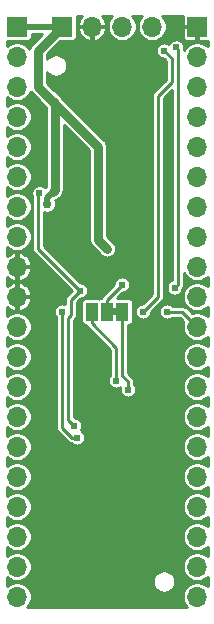
<source format=gbl>
G04 #@! TF.GenerationSoftware,KiCad,Pcbnew,(5.1.6)-1*
G04 #@! TF.CreationDate,2020-06-29T16:56:31-07:00*
G04 #@! TF.ProjectId,devboard-edgerail,64657662-6f61-4726-942d-656467657261,A*
G04 #@! TF.SameCoordinates,PX7c82060PY49a3900*
G04 #@! TF.FileFunction,Copper,L2,Bot*
G04 #@! TF.FilePolarity,Positive*
%FSLAX46Y46*%
G04 Gerber Fmt 4.6, Leading zero omitted, Abs format (unit mm)*
G04 Created by KiCad (PCBNEW (5.1.6)-1) date 2020-06-29 16:56:31*
%MOMM*%
%LPD*%
G01*
G04 APERTURE LIST*
G04 #@! TA.AperFunction,EtchedComponent*
%ADD10C,0.100000*%
G04 #@! TD*
G04 #@! TA.AperFunction,ComponentPad*
%ADD11O,1.700000X1.700000*%
G04 #@! TD*
G04 #@! TA.AperFunction,ComponentPad*
%ADD12R,1.700000X1.700000*%
G04 #@! TD*
G04 #@! TA.AperFunction,SMDPad,CuDef*
%ADD13R,1.000000X1.500000*%
G04 #@! TD*
G04 #@! TA.AperFunction,ViaPad*
%ADD14C,0.609600*%
G04 #@! TD*
G04 #@! TA.AperFunction,ViaPad*
%ADD15C,0.762000*%
G04 #@! TD*
G04 #@! TA.AperFunction,Conductor*
%ADD16C,0.762000*%
G04 #@! TD*
G04 #@! TA.AperFunction,Conductor*
%ADD17C,0.508000*%
G04 #@! TD*
G04 #@! TA.AperFunction,Conductor*
%ADD18C,0.254000*%
G04 #@! TD*
G04 APERTURE END LIST*
D10*
G36*
X10044000Y-25354000D02*
G01*
X9544000Y-25354000D01*
X9544000Y-25954000D01*
X10044000Y-25954000D01*
X10044000Y-25354000D01*
G37*
D11*
X16764000Y-49784000D03*
X16764000Y-47244000D03*
X16764000Y-44704000D03*
X16764000Y-42164000D03*
X16764000Y-39624000D03*
X16764000Y-37084000D03*
X16764000Y-34544000D03*
X16764000Y-32004000D03*
X16764000Y-29464000D03*
X16764000Y-26924000D03*
X16764000Y-24384000D03*
X16764000Y-21844000D03*
X16764000Y-19304000D03*
X16764000Y-16764000D03*
X16764000Y-14224000D03*
X16764000Y-11684000D03*
X16764000Y-9144000D03*
X16764000Y-6604000D03*
X16764000Y-4064000D03*
D12*
X16764000Y-1524000D03*
D11*
X1524000Y-49784000D03*
X1524000Y-47244000D03*
X1524000Y-44704000D03*
X1524000Y-42164000D03*
X1524000Y-39624000D03*
X1524000Y-37084000D03*
X1524000Y-34544000D03*
X1524000Y-32004000D03*
X1524000Y-29464000D03*
X1524000Y-26924000D03*
X1524000Y-24384000D03*
X1524000Y-21844000D03*
X1524000Y-19304000D03*
X1524000Y-16764000D03*
X1524000Y-14224000D03*
X1524000Y-11684000D03*
X1524000Y-9144000D03*
X1524000Y-6604000D03*
X1524000Y-4064000D03*
D12*
X1524000Y-1524000D03*
D13*
X9144000Y-25654000D03*
X7844000Y-25654000D03*
X10444000Y-25654000D03*
D11*
X12954000Y-1524000D03*
X10414000Y-1524000D03*
X7874000Y-1524000D03*
D12*
X5334000Y-1524000D03*
D14*
X3556000Y-25908000D03*
X9398000Y-46736000D03*
X12446000Y-48006000D03*
X9144000Y-50546000D03*
X13462000Y-43180000D03*
X11176000Y-40132000D03*
X12192000Y-36576000D03*
X14224000Y-8128000D03*
X11684000Y-7112000D03*
X5842000Y-40132000D03*
X8128000Y-38862000D03*
X8382000Y-43434000D03*
X6858000Y-48006000D03*
X14986000Y-28702000D03*
X4572000Y-6096000D03*
X10668000Y-14224000D03*
X7239000Y-15748000D03*
X3556000Y-12700000D03*
X6604000Y-13970000D03*
X9398000Y-8890000D03*
X9144000Y-6096000D03*
X9144000Y-2794000D03*
X2794000Y-2794000D03*
X11430000Y-34798000D03*
D15*
X9652000Y-17780000D03*
D14*
X5842000Y-10922000D03*
X5842000Y-11938000D03*
X10922000Y-10922000D03*
X10922000Y-11938000D03*
X6096000Y-4826000D03*
D15*
X12192000Y-17780000D03*
X4318000Y-44450000D03*
X4318000Y-48260000D03*
X4572000Y-42418000D03*
D14*
X6500000Y-34058996D03*
X13969998Y-5588000D03*
D15*
X5334000Y-16510000D03*
D14*
X6540505Y-33210495D03*
D15*
X4064000Y-16510000D03*
X4064000Y-7366000D03*
X9144000Y-20320000D03*
D14*
X6858000Y-23876000D03*
X6350000Y-35306000D03*
X3410581Y-15609949D03*
X6604000Y-36322000D03*
X5334000Y-25654000D03*
X14224000Y-25654000D03*
X14859000Y-23622000D03*
X14995101Y-3298967D03*
X12192000Y-25654000D03*
X13970012Y-3556000D03*
X10414000Y-23368000D03*
X9906000Y-31496000D03*
X10922000Y-32258000D03*
D16*
X3302000Y-6604000D02*
X4064000Y-7366000D01*
X5334000Y-1524000D02*
X3302000Y-3556000D01*
X3302000Y-3556000D02*
X3302000Y-6604000D01*
D17*
X5334000Y-1524000D02*
X1524000Y-1524000D01*
D16*
X4698999Y-8000999D02*
X4064000Y-7366000D01*
X4572000Y-15494000D02*
X4698999Y-15367001D01*
X4698999Y-15367001D02*
X4698999Y-8000999D01*
D17*
X4064000Y-16002000D02*
X4064000Y-16510000D01*
X4572000Y-15494000D02*
X4064000Y-16002000D01*
D16*
X4064000Y-7366000D02*
X8382000Y-11684000D01*
X8382000Y-19558000D02*
X9144000Y-20320000D01*
X8382000Y-11684000D02*
X8382000Y-19558000D01*
D18*
X6858000Y-23876000D02*
X6096000Y-24638000D01*
X6096000Y-24638000D02*
X6096000Y-25908000D01*
X6350000Y-35306000D02*
X5841999Y-34797999D01*
X5841999Y-26162001D02*
X6096000Y-25908000D01*
X5841999Y-34797999D02*
X5841999Y-26162001D01*
X6858000Y-23876000D02*
X3302000Y-20320000D01*
X3302000Y-15718530D02*
X3410581Y-15609949D01*
X3302000Y-20320000D02*
X3302000Y-15718530D01*
X5334000Y-35483052D02*
X5334000Y-25654000D01*
X6172948Y-36322000D02*
X5334000Y-35483052D01*
X6604000Y-36322000D02*
X6172948Y-36322000D01*
X14224000Y-25654000D02*
X15494000Y-25654000D01*
X15494000Y-25654000D02*
X16764000Y-26924000D01*
X14859000Y-23622000D02*
X15163799Y-23317201D01*
X15163799Y-3467665D02*
X14995101Y-3298967D01*
X15163799Y-23317201D02*
X15163799Y-3467665D01*
X14604999Y-4190987D02*
X13970012Y-3556000D01*
X14604999Y-6223001D02*
X14604999Y-4190987D01*
X12192000Y-25654000D02*
X13462000Y-24384000D01*
X13462000Y-7366000D02*
X14604999Y-6223001D01*
X13462000Y-24384000D02*
X13462000Y-7366000D01*
X10414000Y-23368000D02*
X9144000Y-24638000D01*
X9144000Y-24638000D02*
X9144000Y-25654000D01*
X9906000Y-28702000D02*
X9906000Y-31496000D01*
X7844000Y-26640000D02*
X9906000Y-28702000D01*
X7844000Y-25654000D02*
X7844000Y-26640000D01*
X10444000Y-25654000D02*
X10444000Y-31094198D01*
X10444000Y-31094198D02*
X10922000Y-31572198D01*
X10922000Y-31572198D02*
X10922000Y-32258000D01*
G36*
X7014355Y-642877D02*
G01*
X6858974Y-827516D01*
X6742600Y-1038921D01*
X6669705Y-1268967D01*
X6739886Y-1460500D01*
X7810500Y-1460500D01*
X7810500Y-1440500D01*
X7937500Y-1440500D01*
X7937500Y-1460500D01*
X9008114Y-1460500D01*
X9078295Y-1268967D01*
X9005400Y-1038921D01*
X8889026Y-827516D01*
X8733645Y-642877D01*
X8723802Y-635000D01*
X9562103Y-635000D01*
X9457820Y-739283D01*
X9323102Y-940903D01*
X9230307Y-1164931D01*
X9183000Y-1402757D01*
X9183000Y-1645243D01*
X9230307Y-1883069D01*
X9323102Y-2107097D01*
X9457820Y-2308717D01*
X9629283Y-2480180D01*
X9830903Y-2614898D01*
X10054931Y-2707693D01*
X10292757Y-2755000D01*
X10535243Y-2755000D01*
X10773069Y-2707693D01*
X10997097Y-2614898D01*
X11198717Y-2480180D01*
X11370180Y-2308717D01*
X11504898Y-2107097D01*
X11597693Y-1883069D01*
X11645000Y-1645243D01*
X11645000Y-1402757D01*
X11597693Y-1164931D01*
X11504898Y-940903D01*
X11370180Y-739283D01*
X11265897Y-635000D01*
X12102103Y-635000D01*
X11997820Y-739283D01*
X11863102Y-940903D01*
X11770307Y-1164931D01*
X11723000Y-1402757D01*
X11723000Y-1645243D01*
X11770307Y-1883069D01*
X11863102Y-2107097D01*
X11997820Y-2308717D01*
X12169283Y-2480180D01*
X12370903Y-2614898D01*
X12594931Y-2707693D01*
X12832757Y-2755000D01*
X13075243Y-2755000D01*
X13313069Y-2707693D01*
X13537097Y-2614898D01*
X13738717Y-2480180D01*
X13844897Y-2374000D01*
X15531157Y-2374000D01*
X15538513Y-2448689D01*
X15560299Y-2520508D01*
X15595678Y-2586696D01*
X15643289Y-2644711D01*
X15701304Y-2692322D01*
X15767492Y-2727701D01*
X15839311Y-2749487D01*
X15914000Y-2756843D01*
X16605250Y-2755000D01*
X16700500Y-2659750D01*
X16700500Y-1587500D01*
X15628250Y-1587500D01*
X15533000Y-1682750D01*
X15531157Y-2374000D01*
X13844897Y-2374000D01*
X13910180Y-2308717D01*
X14044898Y-2107097D01*
X14137693Y-1883069D01*
X14185000Y-1645243D01*
X14185000Y-1402757D01*
X14137693Y-1164931D01*
X14044898Y-940903D01*
X13910180Y-739283D01*
X13805897Y-635000D01*
X15534998Y-635000D01*
X15531157Y-674000D01*
X15533000Y-1365250D01*
X15628250Y-1460500D01*
X16700500Y-1460500D01*
X16700500Y-1440500D01*
X16827500Y-1440500D01*
X16827500Y-1460500D01*
X16847500Y-1460500D01*
X16847500Y-1587500D01*
X16827500Y-1587500D01*
X16827500Y-2659750D01*
X16922750Y-2755000D01*
X17614000Y-2756843D01*
X17653000Y-2753002D01*
X17653000Y-3212103D01*
X17548717Y-3107820D01*
X17347097Y-2973102D01*
X17123069Y-2880307D01*
X16885243Y-2833000D01*
X16642757Y-2833000D01*
X16404931Y-2880307D01*
X16180903Y-2973102D01*
X15979283Y-3107820D01*
X15807820Y-3279283D01*
X15673102Y-3480903D01*
X15672905Y-3481378D01*
X15674256Y-3467665D01*
X15671196Y-3436598D01*
X15669793Y-3422354D01*
X15680901Y-3366512D01*
X15680901Y-3231422D01*
X15654546Y-3098927D01*
X15602849Y-2974119D01*
X15527796Y-2861795D01*
X15432273Y-2766272D01*
X15319949Y-2691219D01*
X15195141Y-2639522D01*
X15062646Y-2613167D01*
X14927556Y-2613167D01*
X14795061Y-2639522D01*
X14670253Y-2691219D01*
X14557929Y-2766272D01*
X14462406Y-2861795D01*
X14387353Y-2974119D01*
X14375695Y-3002264D01*
X14294860Y-2948252D01*
X14170052Y-2896555D01*
X14037557Y-2870200D01*
X13902467Y-2870200D01*
X13769972Y-2896555D01*
X13645164Y-2948252D01*
X13532840Y-3023305D01*
X13437317Y-3118828D01*
X13362264Y-3231152D01*
X13310567Y-3355960D01*
X13284212Y-3488455D01*
X13284212Y-3623545D01*
X13310567Y-3756040D01*
X13362264Y-3880848D01*
X13437317Y-3993172D01*
X13532840Y-4088695D01*
X13645164Y-4163748D01*
X13769972Y-4215445D01*
X13902467Y-4241800D01*
X13937391Y-4241800D01*
X14097000Y-4401409D01*
X14096999Y-6012581D01*
X13120430Y-6989150D01*
X13101053Y-7005052D01*
X13085151Y-7024429D01*
X13085150Y-7024430D01*
X13037571Y-7082405D01*
X12990400Y-7170657D01*
X12967364Y-7246598D01*
X12961352Y-7266416D01*
X12951543Y-7366000D01*
X12954001Y-7390954D01*
X12954000Y-24173579D01*
X12159380Y-24968200D01*
X12124455Y-24968200D01*
X11991960Y-24994555D01*
X11867152Y-25046252D01*
X11754828Y-25121305D01*
X11659305Y-25216828D01*
X11584252Y-25329152D01*
X11532555Y-25453960D01*
X11506200Y-25586455D01*
X11506200Y-25721545D01*
X11532555Y-25854040D01*
X11584252Y-25978848D01*
X11659305Y-26091172D01*
X11754828Y-26186695D01*
X11867152Y-26261748D01*
X11991960Y-26313445D01*
X12124455Y-26339800D01*
X12259545Y-26339800D01*
X12392040Y-26313445D01*
X12516848Y-26261748D01*
X12629172Y-26186695D01*
X12724695Y-26091172D01*
X12799748Y-25978848D01*
X12851445Y-25854040D01*
X12877800Y-25721545D01*
X12877800Y-25686620D01*
X13803571Y-24760850D01*
X13822948Y-24744948D01*
X13866972Y-24691304D01*
X13886429Y-24667596D01*
X13933600Y-24579345D01*
X13933601Y-24579342D01*
X13962649Y-24483585D01*
X13970000Y-24408947D01*
X13970000Y-24408945D01*
X13972457Y-24384001D01*
X13970000Y-24359057D01*
X13970000Y-7576420D01*
X14655800Y-6890620D01*
X14655799Y-22963864D01*
X14534152Y-23014252D01*
X14421828Y-23089305D01*
X14326305Y-23184828D01*
X14251252Y-23297152D01*
X14199555Y-23421960D01*
X14173200Y-23554455D01*
X14173200Y-23689545D01*
X14199555Y-23822040D01*
X14251252Y-23946848D01*
X14326305Y-24059172D01*
X14421828Y-24154695D01*
X14534152Y-24229748D01*
X14658960Y-24281445D01*
X14791455Y-24307800D01*
X14926545Y-24307800D01*
X15059040Y-24281445D01*
X15183848Y-24229748D01*
X15296172Y-24154695D01*
X15391695Y-24059172D01*
X15466748Y-23946848D01*
X15518445Y-23822040D01*
X15544800Y-23689545D01*
X15544800Y-23653714D01*
X15588228Y-23600796D01*
X15635400Y-23512544D01*
X15664448Y-23416786D01*
X15671799Y-23342148D01*
X15671799Y-23342145D01*
X15674256Y-23317201D01*
X15671799Y-23292257D01*
X15671799Y-22423951D01*
X15673102Y-22427097D01*
X15807820Y-22628717D01*
X15979283Y-22800180D01*
X16180903Y-22934898D01*
X16404931Y-23027693D01*
X16642757Y-23075000D01*
X16885243Y-23075000D01*
X17123069Y-23027693D01*
X17347097Y-22934898D01*
X17548717Y-22800180D01*
X17653000Y-22695897D01*
X17653000Y-23532103D01*
X17548717Y-23427820D01*
X17347097Y-23293102D01*
X17123069Y-23200307D01*
X16885243Y-23153000D01*
X16642757Y-23153000D01*
X16404931Y-23200307D01*
X16180903Y-23293102D01*
X15979283Y-23427820D01*
X15807820Y-23599283D01*
X15673102Y-23800903D01*
X15580307Y-24024931D01*
X15533000Y-24262757D01*
X15533000Y-24505243D01*
X15580307Y-24743069D01*
X15673102Y-24967097D01*
X15807820Y-25168717D01*
X15979283Y-25340180D01*
X16180903Y-25474898D01*
X16404931Y-25567693D01*
X16642757Y-25615000D01*
X16885243Y-25615000D01*
X17123069Y-25567693D01*
X17347097Y-25474898D01*
X17548717Y-25340180D01*
X17653000Y-25235897D01*
X17653000Y-26072103D01*
X17548717Y-25967820D01*
X17347097Y-25833102D01*
X17123069Y-25740307D01*
X16885243Y-25693000D01*
X16642757Y-25693000D01*
X16404931Y-25740307D01*
X16329834Y-25771413D01*
X15870855Y-25312435D01*
X15854948Y-25293052D01*
X15777595Y-25229571D01*
X15689343Y-25182399D01*
X15593585Y-25153351D01*
X15518947Y-25146000D01*
X15518944Y-25146000D01*
X15494000Y-25143543D01*
X15469056Y-25146000D01*
X14685867Y-25146000D01*
X14661172Y-25121305D01*
X14548848Y-25046252D01*
X14424040Y-24994555D01*
X14291545Y-24968200D01*
X14156455Y-24968200D01*
X14023960Y-24994555D01*
X13899152Y-25046252D01*
X13786828Y-25121305D01*
X13691305Y-25216828D01*
X13616252Y-25329152D01*
X13564555Y-25453960D01*
X13538200Y-25586455D01*
X13538200Y-25721545D01*
X13564555Y-25854040D01*
X13616252Y-25978848D01*
X13691305Y-26091172D01*
X13786828Y-26186695D01*
X13899152Y-26261748D01*
X14023960Y-26313445D01*
X14156455Y-26339800D01*
X14291545Y-26339800D01*
X14424040Y-26313445D01*
X14548848Y-26261748D01*
X14661172Y-26186695D01*
X14685867Y-26162000D01*
X15283580Y-26162000D01*
X15611413Y-26489834D01*
X15580307Y-26564931D01*
X15533000Y-26802757D01*
X15533000Y-27045243D01*
X15580307Y-27283069D01*
X15673102Y-27507097D01*
X15807820Y-27708717D01*
X15979283Y-27880180D01*
X16180903Y-28014898D01*
X16404931Y-28107693D01*
X16642757Y-28155000D01*
X16885243Y-28155000D01*
X17123069Y-28107693D01*
X17347097Y-28014898D01*
X17548717Y-27880180D01*
X17653000Y-27775897D01*
X17653000Y-28612103D01*
X17548717Y-28507820D01*
X17347097Y-28373102D01*
X17123069Y-28280307D01*
X16885243Y-28233000D01*
X16642757Y-28233000D01*
X16404931Y-28280307D01*
X16180903Y-28373102D01*
X15979283Y-28507820D01*
X15807820Y-28679283D01*
X15673102Y-28880903D01*
X15580307Y-29104931D01*
X15533000Y-29342757D01*
X15533000Y-29585243D01*
X15580307Y-29823069D01*
X15673102Y-30047097D01*
X15807820Y-30248717D01*
X15979283Y-30420180D01*
X16180903Y-30554898D01*
X16404931Y-30647693D01*
X16642757Y-30695000D01*
X16885243Y-30695000D01*
X17123069Y-30647693D01*
X17347097Y-30554898D01*
X17548717Y-30420180D01*
X17653000Y-30315897D01*
X17653000Y-31152103D01*
X17548717Y-31047820D01*
X17347097Y-30913102D01*
X17123069Y-30820307D01*
X16885243Y-30773000D01*
X16642757Y-30773000D01*
X16404931Y-30820307D01*
X16180903Y-30913102D01*
X15979283Y-31047820D01*
X15807820Y-31219283D01*
X15673102Y-31420903D01*
X15580307Y-31644931D01*
X15533000Y-31882757D01*
X15533000Y-32125243D01*
X15580307Y-32363069D01*
X15673102Y-32587097D01*
X15807820Y-32788717D01*
X15979283Y-32960180D01*
X16180903Y-33094898D01*
X16404931Y-33187693D01*
X16642757Y-33235000D01*
X16885243Y-33235000D01*
X17123069Y-33187693D01*
X17347097Y-33094898D01*
X17548717Y-32960180D01*
X17653000Y-32855897D01*
X17653000Y-33692103D01*
X17548717Y-33587820D01*
X17347097Y-33453102D01*
X17123069Y-33360307D01*
X16885243Y-33313000D01*
X16642757Y-33313000D01*
X16404931Y-33360307D01*
X16180903Y-33453102D01*
X15979283Y-33587820D01*
X15807820Y-33759283D01*
X15673102Y-33960903D01*
X15580307Y-34184931D01*
X15533000Y-34422757D01*
X15533000Y-34665243D01*
X15580307Y-34903069D01*
X15673102Y-35127097D01*
X15807820Y-35328717D01*
X15979283Y-35500180D01*
X16180903Y-35634898D01*
X16404931Y-35727693D01*
X16642757Y-35775000D01*
X16885243Y-35775000D01*
X17123069Y-35727693D01*
X17347097Y-35634898D01*
X17548717Y-35500180D01*
X17653000Y-35395897D01*
X17653000Y-36232103D01*
X17548717Y-36127820D01*
X17347097Y-35993102D01*
X17123069Y-35900307D01*
X16885243Y-35853000D01*
X16642757Y-35853000D01*
X16404931Y-35900307D01*
X16180903Y-35993102D01*
X15979283Y-36127820D01*
X15807820Y-36299283D01*
X15673102Y-36500903D01*
X15580307Y-36724931D01*
X15533000Y-36962757D01*
X15533000Y-37205243D01*
X15580307Y-37443069D01*
X15673102Y-37667097D01*
X15807820Y-37868717D01*
X15979283Y-38040180D01*
X16180903Y-38174898D01*
X16404931Y-38267693D01*
X16642757Y-38315000D01*
X16885243Y-38315000D01*
X17123069Y-38267693D01*
X17347097Y-38174898D01*
X17548717Y-38040180D01*
X17653000Y-37935897D01*
X17653000Y-38772103D01*
X17548717Y-38667820D01*
X17347097Y-38533102D01*
X17123069Y-38440307D01*
X16885243Y-38393000D01*
X16642757Y-38393000D01*
X16404931Y-38440307D01*
X16180903Y-38533102D01*
X15979283Y-38667820D01*
X15807820Y-38839283D01*
X15673102Y-39040903D01*
X15580307Y-39264931D01*
X15533000Y-39502757D01*
X15533000Y-39745243D01*
X15580307Y-39983069D01*
X15673102Y-40207097D01*
X15807820Y-40408717D01*
X15979283Y-40580180D01*
X16180903Y-40714898D01*
X16404931Y-40807693D01*
X16642757Y-40855000D01*
X16885243Y-40855000D01*
X17123069Y-40807693D01*
X17347097Y-40714898D01*
X17548717Y-40580180D01*
X17653000Y-40475897D01*
X17653000Y-41312103D01*
X17548717Y-41207820D01*
X17347097Y-41073102D01*
X17123069Y-40980307D01*
X16885243Y-40933000D01*
X16642757Y-40933000D01*
X16404931Y-40980307D01*
X16180903Y-41073102D01*
X15979283Y-41207820D01*
X15807820Y-41379283D01*
X15673102Y-41580903D01*
X15580307Y-41804931D01*
X15533000Y-42042757D01*
X15533000Y-42285243D01*
X15580307Y-42523069D01*
X15673102Y-42747097D01*
X15807820Y-42948717D01*
X15979283Y-43120180D01*
X16180903Y-43254898D01*
X16404931Y-43347693D01*
X16642757Y-43395000D01*
X16885243Y-43395000D01*
X17123069Y-43347693D01*
X17347097Y-43254898D01*
X17548717Y-43120180D01*
X17653000Y-43015897D01*
X17653000Y-43852103D01*
X17548717Y-43747820D01*
X17347097Y-43613102D01*
X17123069Y-43520307D01*
X16885243Y-43473000D01*
X16642757Y-43473000D01*
X16404931Y-43520307D01*
X16180903Y-43613102D01*
X15979283Y-43747820D01*
X15807820Y-43919283D01*
X15673102Y-44120903D01*
X15580307Y-44344931D01*
X15533000Y-44582757D01*
X15533000Y-44825243D01*
X15580307Y-45063069D01*
X15673102Y-45287097D01*
X15807820Y-45488717D01*
X15979283Y-45660180D01*
X16180903Y-45794898D01*
X16404931Y-45887693D01*
X16642757Y-45935000D01*
X16885243Y-45935000D01*
X17123069Y-45887693D01*
X17347097Y-45794898D01*
X17548717Y-45660180D01*
X17653000Y-45555897D01*
X17653000Y-46392103D01*
X17548717Y-46287820D01*
X17347097Y-46153102D01*
X17123069Y-46060307D01*
X16885243Y-46013000D01*
X16642757Y-46013000D01*
X16404931Y-46060307D01*
X16180903Y-46153102D01*
X15979283Y-46287820D01*
X15807820Y-46459283D01*
X15673102Y-46660903D01*
X15580307Y-46884931D01*
X15533000Y-47122757D01*
X15533000Y-47365243D01*
X15580307Y-47603069D01*
X15673102Y-47827097D01*
X15807820Y-48028717D01*
X15979283Y-48200180D01*
X16180903Y-48334898D01*
X16404931Y-48427693D01*
X16642757Y-48475000D01*
X16885243Y-48475000D01*
X17123069Y-48427693D01*
X17347097Y-48334898D01*
X17548717Y-48200180D01*
X17653000Y-48095897D01*
X17653000Y-48932103D01*
X17548717Y-48827820D01*
X17347097Y-48693102D01*
X17123069Y-48600307D01*
X16885243Y-48553000D01*
X16642757Y-48553000D01*
X16404931Y-48600307D01*
X16180903Y-48693102D01*
X15979283Y-48827820D01*
X15807820Y-48999283D01*
X15673102Y-49200903D01*
X15580307Y-49424931D01*
X15533000Y-49662757D01*
X15533000Y-49905243D01*
X15580307Y-50143069D01*
X15673102Y-50367097D01*
X15807820Y-50568717D01*
X15912103Y-50673000D01*
X2375897Y-50673000D01*
X2480180Y-50568717D01*
X2614898Y-50367097D01*
X2707693Y-50143069D01*
X2755000Y-49905243D01*
X2755000Y-49662757D01*
X2707693Y-49424931D01*
X2614898Y-49200903D01*
X2480180Y-48999283D01*
X2308717Y-48827820D01*
X2107097Y-48693102D01*
X1883069Y-48600307D01*
X1645243Y-48553000D01*
X1402757Y-48553000D01*
X1164931Y-48600307D01*
X940903Y-48693102D01*
X739283Y-48827820D01*
X635000Y-48932103D01*
X635000Y-48095897D01*
X739283Y-48200180D01*
X940903Y-48334898D01*
X1164931Y-48427693D01*
X1402757Y-48475000D01*
X1645243Y-48475000D01*
X1883069Y-48427693D01*
X1902259Y-48419744D01*
X13013000Y-48419744D01*
X13013000Y-48608256D01*
X13049777Y-48793147D01*
X13121917Y-48967310D01*
X13226649Y-49124052D01*
X13359948Y-49257351D01*
X13516690Y-49362083D01*
X13690853Y-49434223D01*
X13875744Y-49471000D01*
X14064256Y-49471000D01*
X14249147Y-49434223D01*
X14423310Y-49362083D01*
X14580052Y-49257351D01*
X14713351Y-49124052D01*
X14818083Y-48967310D01*
X14890223Y-48793147D01*
X14927000Y-48608256D01*
X14927000Y-48419744D01*
X14890223Y-48234853D01*
X14818083Y-48060690D01*
X14713351Y-47903948D01*
X14580052Y-47770649D01*
X14423310Y-47665917D01*
X14249147Y-47593777D01*
X14064256Y-47557000D01*
X13875744Y-47557000D01*
X13690853Y-47593777D01*
X13516690Y-47665917D01*
X13359948Y-47770649D01*
X13226649Y-47903948D01*
X13121917Y-48060690D01*
X13049777Y-48234853D01*
X13013000Y-48419744D01*
X1902259Y-48419744D01*
X2107097Y-48334898D01*
X2308717Y-48200180D01*
X2480180Y-48028717D01*
X2614898Y-47827097D01*
X2707693Y-47603069D01*
X2755000Y-47365243D01*
X2755000Y-47122757D01*
X2707693Y-46884931D01*
X2614898Y-46660903D01*
X2480180Y-46459283D01*
X2308717Y-46287820D01*
X2107097Y-46153102D01*
X1883069Y-46060307D01*
X1645243Y-46013000D01*
X1402757Y-46013000D01*
X1164931Y-46060307D01*
X940903Y-46153102D01*
X739283Y-46287820D01*
X635000Y-46392103D01*
X635000Y-45555897D01*
X739283Y-45660180D01*
X940903Y-45794898D01*
X1164931Y-45887693D01*
X1402757Y-45935000D01*
X1645243Y-45935000D01*
X1883069Y-45887693D01*
X2107097Y-45794898D01*
X2308717Y-45660180D01*
X2480180Y-45488717D01*
X2614898Y-45287097D01*
X2707693Y-45063069D01*
X2755000Y-44825243D01*
X2755000Y-44582757D01*
X2707693Y-44344931D01*
X2614898Y-44120903D01*
X2480180Y-43919283D01*
X2308717Y-43747820D01*
X2107097Y-43613102D01*
X1883069Y-43520307D01*
X1645243Y-43473000D01*
X1402757Y-43473000D01*
X1164931Y-43520307D01*
X940903Y-43613102D01*
X739283Y-43747820D01*
X635000Y-43852103D01*
X635000Y-43015897D01*
X739283Y-43120180D01*
X940903Y-43254898D01*
X1164931Y-43347693D01*
X1402757Y-43395000D01*
X1645243Y-43395000D01*
X1883069Y-43347693D01*
X2107097Y-43254898D01*
X2308717Y-43120180D01*
X2480180Y-42948717D01*
X2614898Y-42747097D01*
X2707693Y-42523069D01*
X2755000Y-42285243D01*
X2755000Y-42042757D01*
X2707693Y-41804931D01*
X2614898Y-41580903D01*
X2480180Y-41379283D01*
X2308717Y-41207820D01*
X2107097Y-41073102D01*
X1883069Y-40980307D01*
X1645243Y-40933000D01*
X1402757Y-40933000D01*
X1164931Y-40980307D01*
X940903Y-41073102D01*
X739283Y-41207820D01*
X635000Y-41312103D01*
X635000Y-40475897D01*
X739283Y-40580180D01*
X940903Y-40714898D01*
X1164931Y-40807693D01*
X1402757Y-40855000D01*
X1645243Y-40855000D01*
X1883069Y-40807693D01*
X2107097Y-40714898D01*
X2308717Y-40580180D01*
X2480180Y-40408717D01*
X2614898Y-40207097D01*
X2707693Y-39983069D01*
X2755000Y-39745243D01*
X2755000Y-39502757D01*
X2707693Y-39264931D01*
X2614898Y-39040903D01*
X2480180Y-38839283D01*
X2308717Y-38667820D01*
X2107097Y-38533102D01*
X1883069Y-38440307D01*
X1645243Y-38393000D01*
X1402757Y-38393000D01*
X1164931Y-38440307D01*
X940903Y-38533102D01*
X739283Y-38667820D01*
X635000Y-38772103D01*
X635000Y-37935897D01*
X739283Y-38040180D01*
X940903Y-38174898D01*
X1164931Y-38267693D01*
X1402757Y-38315000D01*
X1645243Y-38315000D01*
X1883069Y-38267693D01*
X2107097Y-38174898D01*
X2308717Y-38040180D01*
X2480180Y-37868717D01*
X2614898Y-37667097D01*
X2707693Y-37443069D01*
X2755000Y-37205243D01*
X2755000Y-36962757D01*
X2707693Y-36724931D01*
X2614898Y-36500903D01*
X2480180Y-36299283D01*
X2308717Y-36127820D01*
X2107097Y-35993102D01*
X1883069Y-35900307D01*
X1645243Y-35853000D01*
X1402757Y-35853000D01*
X1164931Y-35900307D01*
X940903Y-35993102D01*
X739283Y-36127820D01*
X635000Y-36232103D01*
X635000Y-35395897D01*
X739283Y-35500180D01*
X940903Y-35634898D01*
X1164931Y-35727693D01*
X1402757Y-35775000D01*
X1645243Y-35775000D01*
X1883069Y-35727693D01*
X2107097Y-35634898D01*
X2308717Y-35500180D01*
X2480180Y-35328717D01*
X2614898Y-35127097D01*
X2707693Y-34903069D01*
X2755000Y-34665243D01*
X2755000Y-34422757D01*
X2707693Y-34184931D01*
X2614898Y-33960903D01*
X2480180Y-33759283D01*
X2308717Y-33587820D01*
X2107097Y-33453102D01*
X1883069Y-33360307D01*
X1645243Y-33313000D01*
X1402757Y-33313000D01*
X1164931Y-33360307D01*
X940903Y-33453102D01*
X739283Y-33587820D01*
X635000Y-33692103D01*
X635000Y-32855897D01*
X739283Y-32960180D01*
X940903Y-33094898D01*
X1164931Y-33187693D01*
X1402757Y-33235000D01*
X1645243Y-33235000D01*
X1883069Y-33187693D01*
X2107097Y-33094898D01*
X2308717Y-32960180D01*
X2480180Y-32788717D01*
X2614898Y-32587097D01*
X2707693Y-32363069D01*
X2755000Y-32125243D01*
X2755000Y-31882757D01*
X2707693Y-31644931D01*
X2614898Y-31420903D01*
X2480180Y-31219283D01*
X2308717Y-31047820D01*
X2107097Y-30913102D01*
X1883069Y-30820307D01*
X1645243Y-30773000D01*
X1402757Y-30773000D01*
X1164931Y-30820307D01*
X940903Y-30913102D01*
X739283Y-31047820D01*
X635000Y-31152103D01*
X635000Y-30315897D01*
X739283Y-30420180D01*
X940903Y-30554898D01*
X1164931Y-30647693D01*
X1402757Y-30695000D01*
X1645243Y-30695000D01*
X1883069Y-30647693D01*
X2107097Y-30554898D01*
X2308717Y-30420180D01*
X2480180Y-30248717D01*
X2614898Y-30047097D01*
X2707693Y-29823069D01*
X2755000Y-29585243D01*
X2755000Y-29342757D01*
X2707693Y-29104931D01*
X2614898Y-28880903D01*
X2480180Y-28679283D01*
X2308717Y-28507820D01*
X2107097Y-28373102D01*
X1883069Y-28280307D01*
X1645243Y-28233000D01*
X1402757Y-28233000D01*
X1164931Y-28280307D01*
X940903Y-28373102D01*
X739283Y-28507820D01*
X635000Y-28612103D01*
X635000Y-27775897D01*
X739283Y-27880180D01*
X940903Y-28014898D01*
X1164931Y-28107693D01*
X1402757Y-28155000D01*
X1645243Y-28155000D01*
X1883069Y-28107693D01*
X2107097Y-28014898D01*
X2308717Y-27880180D01*
X2480180Y-27708717D01*
X2614898Y-27507097D01*
X2707693Y-27283069D01*
X2755000Y-27045243D01*
X2755000Y-26802757D01*
X2707693Y-26564931D01*
X2614898Y-26340903D01*
X2480180Y-26139283D01*
X2308717Y-25967820D01*
X2107097Y-25833102D01*
X1883069Y-25740307D01*
X1645243Y-25693000D01*
X1402757Y-25693000D01*
X1164931Y-25740307D01*
X940903Y-25833102D01*
X739283Y-25967820D01*
X635000Y-26072103D01*
X635000Y-25233802D01*
X642877Y-25243645D01*
X827516Y-25399026D01*
X1038921Y-25515400D01*
X1268967Y-25588295D01*
X1460500Y-25518114D01*
X1460500Y-24447500D01*
X1587500Y-24447500D01*
X1587500Y-25518114D01*
X1779033Y-25588295D01*
X2009079Y-25515400D01*
X2220484Y-25399026D01*
X2405123Y-25243645D01*
X2555901Y-25055229D01*
X2667024Y-24841018D01*
X2728292Y-24639033D01*
X2657973Y-24447500D01*
X1587500Y-24447500D01*
X1460500Y-24447500D01*
X1440500Y-24447500D01*
X1440500Y-24320500D01*
X1460500Y-24320500D01*
X1460500Y-23249886D01*
X1587500Y-23249886D01*
X1587500Y-24320500D01*
X2657973Y-24320500D01*
X2728292Y-24128967D01*
X2667024Y-23926982D01*
X2555901Y-23712771D01*
X2405123Y-23524355D01*
X2220484Y-23368974D01*
X2009079Y-23252600D01*
X1779033Y-23179705D01*
X1587500Y-23249886D01*
X1460500Y-23249886D01*
X1268967Y-23179705D01*
X1038921Y-23252600D01*
X827516Y-23368974D01*
X642877Y-23524355D01*
X635000Y-23534198D01*
X635000Y-22693802D01*
X642877Y-22703645D01*
X827516Y-22859026D01*
X1038921Y-22975400D01*
X1268967Y-23048295D01*
X1460500Y-22978114D01*
X1460500Y-21907500D01*
X1587500Y-21907500D01*
X1587500Y-22978114D01*
X1779033Y-23048295D01*
X2009079Y-22975400D01*
X2220484Y-22859026D01*
X2405123Y-22703645D01*
X2555901Y-22515229D01*
X2667024Y-22301018D01*
X2728292Y-22099033D01*
X2657973Y-21907500D01*
X1587500Y-21907500D01*
X1460500Y-21907500D01*
X1440500Y-21907500D01*
X1440500Y-21780500D01*
X1460500Y-21780500D01*
X1460500Y-20709886D01*
X1587500Y-20709886D01*
X1587500Y-21780500D01*
X2657973Y-21780500D01*
X2728292Y-21588967D01*
X2667024Y-21386982D01*
X2555901Y-21172771D01*
X2405123Y-20984355D01*
X2220484Y-20828974D01*
X2009079Y-20712600D01*
X1779033Y-20639705D01*
X1587500Y-20709886D01*
X1460500Y-20709886D01*
X1268967Y-20639705D01*
X1038921Y-20712600D01*
X827516Y-20828974D01*
X642877Y-20984355D01*
X635000Y-20994198D01*
X635000Y-20155897D01*
X739283Y-20260180D01*
X940903Y-20394898D01*
X1164931Y-20487693D01*
X1402757Y-20535000D01*
X1645243Y-20535000D01*
X1883069Y-20487693D01*
X2107097Y-20394898D01*
X2308717Y-20260180D01*
X2480180Y-20088717D01*
X2614898Y-19887097D01*
X2707693Y-19663069D01*
X2755000Y-19425243D01*
X2755000Y-19182757D01*
X2707693Y-18944931D01*
X2614898Y-18720903D01*
X2480180Y-18519283D01*
X2308717Y-18347820D01*
X2107097Y-18213102D01*
X1883069Y-18120307D01*
X1645243Y-18073000D01*
X1402757Y-18073000D01*
X1164931Y-18120307D01*
X940903Y-18213102D01*
X739283Y-18347820D01*
X635000Y-18452103D01*
X635000Y-17615897D01*
X739283Y-17720180D01*
X940903Y-17854898D01*
X1164931Y-17947693D01*
X1402757Y-17995000D01*
X1645243Y-17995000D01*
X1883069Y-17947693D01*
X2107097Y-17854898D01*
X2308717Y-17720180D01*
X2480180Y-17548717D01*
X2614898Y-17347097D01*
X2707693Y-17123069D01*
X2755000Y-16885243D01*
X2755000Y-16642757D01*
X2707693Y-16404931D01*
X2614898Y-16180903D01*
X2480180Y-15979283D01*
X2308717Y-15807820D01*
X2107097Y-15673102D01*
X1883069Y-15580307D01*
X1645243Y-15533000D01*
X1402757Y-15533000D01*
X1164931Y-15580307D01*
X940903Y-15673102D01*
X739283Y-15807820D01*
X635000Y-15912103D01*
X635000Y-15075897D01*
X739283Y-15180180D01*
X940903Y-15314898D01*
X1164931Y-15407693D01*
X1402757Y-15455000D01*
X1645243Y-15455000D01*
X1883069Y-15407693D01*
X2107097Y-15314898D01*
X2308717Y-15180180D01*
X2480180Y-15008717D01*
X2614898Y-14807097D01*
X2707693Y-14583069D01*
X2755000Y-14345243D01*
X2755000Y-14102757D01*
X2707693Y-13864931D01*
X2614898Y-13640903D01*
X2480180Y-13439283D01*
X2308717Y-13267820D01*
X2107097Y-13133102D01*
X1883069Y-13040307D01*
X1645243Y-12993000D01*
X1402757Y-12993000D01*
X1164931Y-13040307D01*
X940903Y-13133102D01*
X739283Y-13267820D01*
X635000Y-13372103D01*
X635000Y-12535897D01*
X739283Y-12640180D01*
X940903Y-12774898D01*
X1164931Y-12867693D01*
X1402757Y-12915000D01*
X1645243Y-12915000D01*
X1883069Y-12867693D01*
X2107097Y-12774898D01*
X2308717Y-12640180D01*
X2480180Y-12468717D01*
X2614898Y-12267097D01*
X2707693Y-12043069D01*
X2755000Y-11805243D01*
X2755000Y-11562757D01*
X2707693Y-11324931D01*
X2614898Y-11100903D01*
X2480180Y-10899283D01*
X2308717Y-10727820D01*
X2107097Y-10593102D01*
X1883069Y-10500307D01*
X1645243Y-10453000D01*
X1402757Y-10453000D01*
X1164931Y-10500307D01*
X940903Y-10593102D01*
X739283Y-10727820D01*
X635000Y-10832103D01*
X635000Y-9995897D01*
X739283Y-10100180D01*
X940903Y-10234898D01*
X1164931Y-10327693D01*
X1402757Y-10375000D01*
X1645243Y-10375000D01*
X1883069Y-10327693D01*
X2107097Y-10234898D01*
X2308717Y-10100180D01*
X2480180Y-9928717D01*
X2614898Y-9727097D01*
X2707693Y-9503069D01*
X2755000Y-9265243D01*
X2755000Y-9022757D01*
X2707693Y-8784931D01*
X2614898Y-8560903D01*
X2480180Y-8359283D01*
X2308717Y-8187820D01*
X2107097Y-8053102D01*
X1883069Y-7960307D01*
X1645243Y-7913000D01*
X1402757Y-7913000D01*
X1164931Y-7960307D01*
X940903Y-8053102D01*
X739283Y-8187820D01*
X635000Y-8292103D01*
X635000Y-7455897D01*
X739283Y-7560180D01*
X940903Y-7694898D01*
X1164931Y-7787693D01*
X1402757Y-7835000D01*
X1645243Y-7835000D01*
X1883069Y-7787693D01*
X2107097Y-7694898D01*
X2308717Y-7560180D01*
X2480180Y-7388717D01*
X2614898Y-7187097D01*
X2675235Y-7041430D01*
X2706707Y-7079779D01*
X2760579Y-7145422D01*
X2789649Y-7169279D01*
X3472116Y-7851747D01*
X3578253Y-7957884D01*
X3578256Y-7957886D01*
X3937000Y-8316631D01*
X3936999Y-15066605D01*
X3935355Y-15068608D01*
X3901830Y-15131331D01*
X3847753Y-15077254D01*
X3735429Y-15002201D01*
X3610621Y-14950504D01*
X3478126Y-14924149D01*
X3343036Y-14924149D01*
X3210541Y-14950504D01*
X3085733Y-15002201D01*
X2973409Y-15077254D01*
X2877886Y-15172777D01*
X2802833Y-15285101D01*
X2751136Y-15409909D01*
X2724781Y-15542404D01*
X2724781Y-15677494D01*
X2751136Y-15809989D01*
X2794001Y-15913474D01*
X2794000Y-20295056D01*
X2791543Y-20320000D01*
X2794000Y-20344944D01*
X2794000Y-20344946D01*
X2801351Y-20419584D01*
X2830399Y-20515342D01*
X2877571Y-20603595D01*
X2941052Y-20680948D01*
X2960435Y-20696855D01*
X6139580Y-23876000D01*
X5754435Y-24261145D01*
X5735052Y-24277052D01*
X5671571Y-24354405D01*
X5624399Y-24442658D01*
X5595351Y-24538416D01*
X5588000Y-24613053D01*
X5585543Y-24638000D01*
X5588000Y-24662945D01*
X5588000Y-25016906D01*
X5534040Y-24994555D01*
X5401545Y-24968200D01*
X5266455Y-24968200D01*
X5133960Y-24994555D01*
X5009152Y-25046252D01*
X4896828Y-25121305D01*
X4801305Y-25216828D01*
X4726252Y-25329152D01*
X4674555Y-25453960D01*
X4648200Y-25586455D01*
X4648200Y-25721545D01*
X4674555Y-25854040D01*
X4726252Y-25978848D01*
X4801305Y-26091172D01*
X4826001Y-26115868D01*
X4826000Y-35458108D01*
X4823543Y-35483052D01*
X4826000Y-35507996D01*
X4826000Y-35507998D01*
X4833351Y-35582636D01*
X4862399Y-35678394D01*
X4909571Y-35766647D01*
X4973052Y-35844000D01*
X4992435Y-35859907D01*
X5796093Y-36663565D01*
X5812000Y-36682948D01*
X5889353Y-36746429D01*
X5977605Y-36793601D01*
X6073363Y-36822649D01*
X6141492Y-36829359D01*
X6166828Y-36854695D01*
X6279152Y-36929748D01*
X6403960Y-36981445D01*
X6536455Y-37007800D01*
X6671545Y-37007800D01*
X6804040Y-36981445D01*
X6928848Y-36929748D01*
X7041172Y-36854695D01*
X7136695Y-36759172D01*
X7211748Y-36646848D01*
X7263445Y-36522040D01*
X7289800Y-36389545D01*
X7289800Y-36254455D01*
X7263445Y-36121960D01*
X7211748Y-35997152D01*
X7136695Y-35884828D01*
X7041172Y-35789305D01*
X6928848Y-35714252D01*
X6907835Y-35705548D01*
X6957748Y-35630848D01*
X7009445Y-35506040D01*
X7035800Y-35373545D01*
X7035800Y-35238455D01*
X7009445Y-35105960D01*
X6957748Y-34981152D01*
X6882695Y-34868828D01*
X6787172Y-34773305D01*
X6674848Y-34698252D01*
X6550040Y-34646555D01*
X6417545Y-34620200D01*
X6382620Y-34620200D01*
X6349999Y-34587579D01*
X6349999Y-26372420D01*
X6437560Y-26284859D01*
X6456948Y-26268948D01*
X6520429Y-26191595D01*
X6567601Y-26103343D01*
X6596649Y-26007585D01*
X6604000Y-25932947D01*
X6604000Y-25932944D01*
X6606457Y-25908000D01*
X6604000Y-25883056D01*
X6604000Y-24904000D01*
X6961157Y-24904000D01*
X6961157Y-26404000D01*
X6968513Y-26478689D01*
X6990299Y-26550508D01*
X7025678Y-26616696D01*
X7073289Y-26674711D01*
X7131304Y-26722322D01*
X7197492Y-26757701D01*
X7269311Y-26779487D01*
X7344000Y-26786843D01*
X7357688Y-26786843D01*
X7372400Y-26835343D01*
X7419571Y-26923595D01*
X7467150Y-26981570D01*
X7483053Y-27000948D01*
X7502430Y-27016850D01*
X9398000Y-28912421D01*
X9398001Y-31034132D01*
X9373305Y-31058828D01*
X9298252Y-31171152D01*
X9246555Y-31295960D01*
X9220200Y-31428455D01*
X9220200Y-31563545D01*
X9246555Y-31696040D01*
X9298252Y-31820848D01*
X9373305Y-31933172D01*
X9468828Y-32028695D01*
X9581152Y-32103748D01*
X9705960Y-32155445D01*
X9838455Y-32181800D01*
X9973545Y-32181800D01*
X10106040Y-32155445D01*
X10230848Y-32103748D01*
X10256911Y-32086333D01*
X10236200Y-32190455D01*
X10236200Y-32325545D01*
X10262555Y-32458040D01*
X10314252Y-32582848D01*
X10389305Y-32695172D01*
X10484828Y-32790695D01*
X10597152Y-32865748D01*
X10721960Y-32917445D01*
X10854455Y-32943800D01*
X10989545Y-32943800D01*
X11122040Y-32917445D01*
X11246848Y-32865748D01*
X11359172Y-32790695D01*
X11454695Y-32695172D01*
X11529748Y-32582848D01*
X11581445Y-32458040D01*
X11607800Y-32325545D01*
X11607800Y-32190455D01*
X11581445Y-32057960D01*
X11529748Y-31933152D01*
X11454695Y-31820828D01*
X11430000Y-31796133D01*
X11430000Y-31597141D01*
X11432457Y-31572197D01*
X11427409Y-31520947D01*
X11422649Y-31472613D01*
X11393601Y-31376855D01*
X11371643Y-31335774D01*
X11346429Y-31288602D01*
X11298850Y-31230627D01*
X11282948Y-31211250D01*
X11263570Y-31195347D01*
X10952000Y-30883778D01*
X10952000Y-26786055D01*
X11018689Y-26779487D01*
X11090508Y-26757701D01*
X11156696Y-26722322D01*
X11214711Y-26674711D01*
X11262322Y-26616696D01*
X11297701Y-26550508D01*
X11319487Y-26478689D01*
X11326843Y-26404000D01*
X11326843Y-24904000D01*
X11319487Y-24829311D01*
X11297701Y-24757492D01*
X11262322Y-24691304D01*
X11214711Y-24633289D01*
X11156696Y-24585678D01*
X11090508Y-24550299D01*
X11018689Y-24528513D01*
X10944000Y-24521157D01*
X9979263Y-24521157D01*
X10446621Y-24053800D01*
X10481545Y-24053800D01*
X10614040Y-24027445D01*
X10738848Y-23975748D01*
X10851172Y-23900695D01*
X10946695Y-23805172D01*
X11021748Y-23692848D01*
X11073445Y-23568040D01*
X11099800Y-23435545D01*
X11099800Y-23300455D01*
X11073445Y-23167960D01*
X11021748Y-23043152D01*
X10946695Y-22930828D01*
X10851172Y-22835305D01*
X10738848Y-22760252D01*
X10614040Y-22708555D01*
X10481545Y-22682200D01*
X10346455Y-22682200D01*
X10213960Y-22708555D01*
X10089152Y-22760252D01*
X9976828Y-22835305D01*
X9881305Y-22930828D01*
X9806252Y-23043152D01*
X9754555Y-23167960D01*
X9728200Y-23300455D01*
X9728200Y-23335379D01*
X8802435Y-24261145D01*
X8783052Y-24277052D01*
X8719571Y-24354405D01*
X8672399Y-24442658D01*
X8648586Y-24521157D01*
X8644000Y-24521157D01*
X8569311Y-24528513D01*
X8497492Y-24550299D01*
X8494000Y-24552166D01*
X8490508Y-24550299D01*
X8418689Y-24528513D01*
X8344000Y-24521157D01*
X7344000Y-24521157D01*
X7269311Y-24528513D01*
X7197492Y-24550299D01*
X7131304Y-24585678D01*
X7073289Y-24633289D01*
X7025678Y-24691304D01*
X6990299Y-24757492D01*
X6968513Y-24829311D01*
X6961157Y-24904000D01*
X6604000Y-24904000D01*
X6604000Y-24848420D01*
X6890620Y-24561800D01*
X6925545Y-24561800D01*
X7058040Y-24535445D01*
X7182848Y-24483748D01*
X7295172Y-24408695D01*
X7390695Y-24313172D01*
X7465748Y-24200848D01*
X7517445Y-24076040D01*
X7543800Y-23943545D01*
X7543800Y-23808455D01*
X7517445Y-23675960D01*
X7465748Y-23551152D01*
X7390695Y-23438828D01*
X7295172Y-23343305D01*
X7182848Y-23268252D01*
X7058040Y-23216555D01*
X6925545Y-23190200D01*
X6890621Y-23190200D01*
X3810000Y-20109580D01*
X3810000Y-17229573D01*
X3841733Y-17242717D01*
X3988950Y-17272000D01*
X4139050Y-17272000D01*
X4286267Y-17242717D01*
X4424942Y-17185276D01*
X4549747Y-17101884D01*
X4655884Y-16995747D01*
X4739276Y-16870942D01*
X4796717Y-16732267D01*
X4826000Y-16585050D01*
X4826000Y-16434950D01*
X4796717Y-16287733D01*
X4772573Y-16229443D01*
X4865015Y-16201401D01*
X4997392Y-16130645D01*
X5084351Y-16059279D01*
X5211342Y-15932287D01*
X5240421Y-15908423D01*
X5335644Y-15792393D01*
X5406401Y-15660016D01*
X5449973Y-15516379D01*
X5460999Y-15404427D01*
X5460999Y-15404424D01*
X5464685Y-15367001D01*
X5460999Y-15329578D01*
X5460999Y-9840629D01*
X7620000Y-11999631D01*
X7620001Y-19520567D01*
X7616314Y-19558000D01*
X7631027Y-19707378D01*
X7674599Y-19851015D01*
X7745355Y-19983392D01*
X7788862Y-20036405D01*
X7840579Y-20099422D01*
X7869649Y-20123279D01*
X8552116Y-20805747D01*
X8658253Y-20911884D01*
X8689535Y-20932786D01*
X8718607Y-20956645D01*
X8751775Y-20974374D01*
X8783058Y-20995276D01*
X8817821Y-21009675D01*
X8850984Y-21027401D01*
X8886966Y-21038316D01*
X8921733Y-21052717D01*
X8958640Y-21060058D01*
X8994621Y-21070973D01*
X9032043Y-21074659D01*
X9068950Y-21082000D01*
X9106577Y-21082000D01*
X9144000Y-21085686D01*
X9181423Y-21082000D01*
X9219050Y-21082000D01*
X9255957Y-21074659D01*
X9293378Y-21070973D01*
X9329358Y-21060059D01*
X9366267Y-21052717D01*
X9401035Y-21038316D01*
X9437016Y-21027401D01*
X9470178Y-21009676D01*
X9504942Y-20995276D01*
X9536228Y-20974372D01*
X9569392Y-20956645D01*
X9598459Y-20932790D01*
X9629747Y-20911884D01*
X9656359Y-20885272D01*
X9685421Y-20861421D01*
X9709272Y-20832359D01*
X9735884Y-20805747D01*
X9756790Y-20774459D01*
X9780645Y-20745392D01*
X9798372Y-20712228D01*
X9819276Y-20680942D01*
X9833676Y-20646178D01*
X9851401Y-20613016D01*
X9862316Y-20577035D01*
X9876717Y-20542267D01*
X9884059Y-20505358D01*
X9894973Y-20469378D01*
X9898659Y-20431957D01*
X9906000Y-20395050D01*
X9906000Y-20357423D01*
X9909686Y-20320000D01*
X9906000Y-20282577D01*
X9906000Y-20244950D01*
X9898659Y-20208043D01*
X9894973Y-20170621D01*
X9884058Y-20134640D01*
X9876717Y-20097733D01*
X9862316Y-20062966D01*
X9851401Y-20026984D01*
X9833675Y-19993821D01*
X9819276Y-19959058D01*
X9798374Y-19927775D01*
X9780645Y-19894607D01*
X9756786Y-19865535D01*
X9735884Y-19834253D01*
X9629747Y-19728116D01*
X9144000Y-19242370D01*
X9144000Y-11721422D01*
X9147686Y-11683999D01*
X9144000Y-11646574D01*
X9132974Y-11534622D01*
X9089402Y-11390985D01*
X9018645Y-11258608D01*
X8923422Y-11142578D01*
X8894353Y-11118722D01*
X5264282Y-7488652D01*
X5240421Y-7459577D01*
X5211350Y-7435719D01*
X4655886Y-6880256D01*
X4655884Y-6880253D01*
X4549747Y-6774116D01*
X4064000Y-6288370D01*
X4064000Y-5408142D01*
X4082649Y-5436052D01*
X4215948Y-5569351D01*
X4372690Y-5674083D01*
X4546853Y-5746223D01*
X4731744Y-5783000D01*
X4920256Y-5783000D01*
X5105147Y-5746223D01*
X5279310Y-5674083D01*
X5436052Y-5569351D01*
X5569351Y-5436052D01*
X5674083Y-5279310D01*
X5746223Y-5105147D01*
X5783000Y-4920256D01*
X5783000Y-4731744D01*
X5746223Y-4546853D01*
X5674083Y-4372690D01*
X5569351Y-4215948D01*
X5436052Y-4082649D01*
X5279310Y-3977917D01*
X5105147Y-3905777D01*
X4920256Y-3869000D01*
X4731744Y-3869000D01*
X4546853Y-3905777D01*
X4372690Y-3977917D01*
X4215948Y-4082649D01*
X4082649Y-4215948D01*
X4064000Y-4243858D01*
X4064000Y-3871630D01*
X5178788Y-2756843D01*
X6184000Y-2756843D01*
X6258689Y-2749487D01*
X6330508Y-2727701D01*
X6396696Y-2692322D01*
X6454711Y-2644711D01*
X6502322Y-2586696D01*
X6537701Y-2520508D01*
X6559487Y-2448689D01*
X6566843Y-2374000D01*
X6566843Y-1779033D01*
X6669705Y-1779033D01*
X6742600Y-2009079D01*
X6858974Y-2220484D01*
X7014355Y-2405123D01*
X7202771Y-2555901D01*
X7416982Y-2667024D01*
X7618967Y-2728292D01*
X7810500Y-2657973D01*
X7810500Y-1587500D01*
X7937500Y-1587500D01*
X7937500Y-2657973D01*
X8129033Y-2728292D01*
X8331018Y-2667024D01*
X8545229Y-2555901D01*
X8733645Y-2405123D01*
X8889026Y-2220484D01*
X9005400Y-2009079D01*
X9078295Y-1779033D01*
X9008114Y-1587500D01*
X7937500Y-1587500D01*
X7810500Y-1587500D01*
X6739886Y-1587500D01*
X6669705Y-1779033D01*
X6566843Y-1779033D01*
X6566843Y-674000D01*
X6563002Y-635000D01*
X7024198Y-635000D01*
X7014355Y-642877D01*
G37*
X7014355Y-642877D02*
X6858974Y-827516D01*
X6742600Y-1038921D01*
X6669705Y-1268967D01*
X6739886Y-1460500D01*
X7810500Y-1460500D01*
X7810500Y-1440500D01*
X7937500Y-1440500D01*
X7937500Y-1460500D01*
X9008114Y-1460500D01*
X9078295Y-1268967D01*
X9005400Y-1038921D01*
X8889026Y-827516D01*
X8733645Y-642877D01*
X8723802Y-635000D01*
X9562103Y-635000D01*
X9457820Y-739283D01*
X9323102Y-940903D01*
X9230307Y-1164931D01*
X9183000Y-1402757D01*
X9183000Y-1645243D01*
X9230307Y-1883069D01*
X9323102Y-2107097D01*
X9457820Y-2308717D01*
X9629283Y-2480180D01*
X9830903Y-2614898D01*
X10054931Y-2707693D01*
X10292757Y-2755000D01*
X10535243Y-2755000D01*
X10773069Y-2707693D01*
X10997097Y-2614898D01*
X11198717Y-2480180D01*
X11370180Y-2308717D01*
X11504898Y-2107097D01*
X11597693Y-1883069D01*
X11645000Y-1645243D01*
X11645000Y-1402757D01*
X11597693Y-1164931D01*
X11504898Y-940903D01*
X11370180Y-739283D01*
X11265897Y-635000D01*
X12102103Y-635000D01*
X11997820Y-739283D01*
X11863102Y-940903D01*
X11770307Y-1164931D01*
X11723000Y-1402757D01*
X11723000Y-1645243D01*
X11770307Y-1883069D01*
X11863102Y-2107097D01*
X11997820Y-2308717D01*
X12169283Y-2480180D01*
X12370903Y-2614898D01*
X12594931Y-2707693D01*
X12832757Y-2755000D01*
X13075243Y-2755000D01*
X13313069Y-2707693D01*
X13537097Y-2614898D01*
X13738717Y-2480180D01*
X13844897Y-2374000D01*
X15531157Y-2374000D01*
X15538513Y-2448689D01*
X15560299Y-2520508D01*
X15595678Y-2586696D01*
X15643289Y-2644711D01*
X15701304Y-2692322D01*
X15767492Y-2727701D01*
X15839311Y-2749487D01*
X15914000Y-2756843D01*
X16605250Y-2755000D01*
X16700500Y-2659750D01*
X16700500Y-1587500D01*
X15628250Y-1587500D01*
X15533000Y-1682750D01*
X15531157Y-2374000D01*
X13844897Y-2374000D01*
X13910180Y-2308717D01*
X14044898Y-2107097D01*
X14137693Y-1883069D01*
X14185000Y-1645243D01*
X14185000Y-1402757D01*
X14137693Y-1164931D01*
X14044898Y-940903D01*
X13910180Y-739283D01*
X13805897Y-635000D01*
X15534998Y-635000D01*
X15531157Y-674000D01*
X15533000Y-1365250D01*
X15628250Y-1460500D01*
X16700500Y-1460500D01*
X16700500Y-1440500D01*
X16827500Y-1440500D01*
X16827500Y-1460500D01*
X16847500Y-1460500D01*
X16847500Y-1587500D01*
X16827500Y-1587500D01*
X16827500Y-2659750D01*
X16922750Y-2755000D01*
X17614000Y-2756843D01*
X17653000Y-2753002D01*
X17653000Y-3212103D01*
X17548717Y-3107820D01*
X17347097Y-2973102D01*
X17123069Y-2880307D01*
X16885243Y-2833000D01*
X16642757Y-2833000D01*
X16404931Y-2880307D01*
X16180903Y-2973102D01*
X15979283Y-3107820D01*
X15807820Y-3279283D01*
X15673102Y-3480903D01*
X15672905Y-3481378D01*
X15674256Y-3467665D01*
X15671196Y-3436598D01*
X15669793Y-3422354D01*
X15680901Y-3366512D01*
X15680901Y-3231422D01*
X15654546Y-3098927D01*
X15602849Y-2974119D01*
X15527796Y-2861795D01*
X15432273Y-2766272D01*
X15319949Y-2691219D01*
X15195141Y-2639522D01*
X15062646Y-2613167D01*
X14927556Y-2613167D01*
X14795061Y-2639522D01*
X14670253Y-2691219D01*
X14557929Y-2766272D01*
X14462406Y-2861795D01*
X14387353Y-2974119D01*
X14375695Y-3002264D01*
X14294860Y-2948252D01*
X14170052Y-2896555D01*
X14037557Y-2870200D01*
X13902467Y-2870200D01*
X13769972Y-2896555D01*
X13645164Y-2948252D01*
X13532840Y-3023305D01*
X13437317Y-3118828D01*
X13362264Y-3231152D01*
X13310567Y-3355960D01*
X13284212Y-3488455D01*
X13284212Y-3623545D01*
X13310567Y-3756040D01*
X13362264Y-3880848D01*
X13437317Y-3993172D01*
X13532840Y-4088695D01*
X13645164Y-4163748D01*
X13769972Y-4215445D01*
X13902467Y-4241800D01*
X13937391Y-4241800D01*
X14097000Y-4401409D01*
X14096999Y-6012581D01*
X13120430Y-6989150D01*
X13101053Y-7005052D01*
X13085151Y-7024429D01*
X13085150Y-7024430D01*
X13037571Y-7082405D01*
X12990400Y-7170657D01*
X12967364Y-7246598D01*
X12961352Y-7266416D01*
X12951543Y-7366000D01*
X12954001Y-7390954D01*
X12954000Y-24173579D01*
X12159380Y-24968200D01*
X12124455Y-24968200D01*
X11991960Y-24994555D01*
X11867152Y-25046252D01*
X11754828Y-25121305D01*
X11659305Y-25216828D01*
X11584252Y-25329152D01*
X11532555Y-25453960D01*
X11506200Y-25586455D01*
X11506200Y-25721545D01*
X11532555Y-25854040D01*
X11584252Y-25978848D01*
X11659305Y-26091172D01*
X11754828Y-26186695D01*
X11867152Y-26261748D01*
X11991960Y-26313445D01*
X12124455Y-26339800D01*
X12259545Y-26339800D01*
X12392040Y-26313445D01*
X12516848Y-26261748D01*
X12629172Y-26186695D01*
X12724695Y-26091172D01*
X12799748Y-25978848D01*
X12851445Y-25854040D01*
X12877800Y-25721545D01*
X12877800Y-25686620D01*
X13803571Y-24760850D01*
X13822948Y-24744948D01*
X13866972Y-24691304D01*
X13886429Y-24667596D01*
X13933600Y-24579345D01*
X13933601Y-24579342D01*
X13962649Y-24483585D01*
X13970000Y-24408947D01*
X13970000Y-24408945D01*
X13972457Y-24384001D01*
X13970000Y-24359057D01*
X13970000Y-7576420D01*
X14655800Y-6890620D01*
X14655799Y-22963864D01*
X14534152Y-23014252D01*
X14421828Y-23089305D01*
X14326305Y-23184828D01*
X14251252Y-23297152D01*
X14199555Y-23421960D01*
X14173200Y-23554455D01*
X14173200Y-23689545D01*
X14199555Y-23822040D01*
X14251252Y-23946848D01*
X14326305Y-24059172D01*
X14421828Y-24154695D01*
X14534152Y-24229748D01*
X14658960Y-24281445D01*
X14791455Y-24307800D01*
X14926545Y-24307800D01*
X15059040Y-24281445D01*
X15183848Y-24229748D01*
X15296172Y-24154695D01*
X15391695Y-24059172D01*
X15466748Y-23946848D01*
X15518445Y-23822040D01*
X15544800Y-23689545D01*
X15544800Y-23653714D01*
X15588228Y-23600796D01*
X15635400Y-23512544D01*
X15664448Y-23416786D01*
X15671799Y-23342148D01*
X15671799Y-23342145D01*
X15674256Y-23317201D01*
X15671799Y-23292257D01*
X15671799Y-22423951D01*
X15673102Y-22427097D01*
X15807820Y-22628717D01*
X15979283Y-22800180D01*
X16180903Y-22934898D01*
X16404931Y-23027693D01*
X16642757Y-23075000D01*
X16885243Y-23075000D01*
X17123069Y-23027693D01*
X17347097Y-22934898D01*
X17548717Y-22800180D01*
X17653000Y-22695897D01*
X17653000Y-23532103D01*
X17548717Y-23427820D01*
X17347097Y-23293102D01*
X17123069Y-23200307D01*
X16885243Y-23153000D01*
X16642757Y-23153000D01*
X16404931Y-23200307D01*
X16180903Y-23293102D01*
X15979283Y-23427820D01*
X15807820Y-23599283D01*
X15673102Y-23800903D01*
X15580307Y-24024931D01*
X15533000Y-24262757D01*
X15533000Y-24505243D01*
X15580307Y-24743069D01*
X15673102Y-24967097D01*
X15807820Y-25168717D01*
X15979283Y-25340180D01*
X16180903Y-25474898D01*
X16404931Y-25567693D01*
X16642757Y-25615000D01*
X16885243Y-25615000D01*
X17123069Y-25567693D01*
X17347097Y-25474898D01*
X17548717Y-25340180D01*
X17653000Y-25235897D01*
X17653000Y-26072103D01*
X17548717Y-25967820D01*
X17347097Y-25833102D01*
X17123069Y-25740307D01*
X16885243Y-25693000D01*
X16642757Y-25693000D01*
X16404931Y-25740307D01*
X16329834Y-25771413D01*
X15870855Y-25312435D01*
X15854948Y-25293052D01*
X15777595Y-25229571D01*
X15689343Y-25182399D01*
X15593585Y-25153351D01*
X15518947Y-25146000D01*
X15518944Y-25146000D01*
X15494000Y-25143543D01*
X15469056Y-25146000D01*
X14685867Y-25146000D01*
X14661172Y-25121305D01*
X14548848Y-25046252D01*
X14424040Y-24994555D01*
X14291545Y-24968200D01*
X14156455Y-24968200D01*
X14023960Y-24994555D01*
X13899152Y-25046252D01*
X13786828Y-25121305D01*
X13691305Y-25216828D01*
X13616252Y-25329152D01*
X13564555Y-25453960D01*
X13538200Y-25586455D01*
X13538200Y-25721545D01*
X13564555Y-25854040D01*
X13616252Y-25978848D01*
X13691305Y-26091172D01*
X13786828Y-26186695D01*
X13899152Y-26261748D01*
X14023960Y-26313445D01*
X14156455Y-26339800D01*
X14291545Y-26339800D01*
X14424040Y-26313445D01*
X14548848Y-26261748D01*
X14661172Y-26186695D01*
X14685867Y-26162000D01*
X15283580Y-26162000D01*
X15611413Y-26489834D01*
X15580307Y-26564931D01*
X15533000Y-26802757D01*
X15533000Y-27045243D01*
X15580307Y-27283069D01*
X15673102Y-27507097D01*
X15807820Y-27708717D01*
X15979283Y-27880180D01*
X16180903Y-28014898D01*
X16404931Y-28107693D01*
X16642757Y-28155000D01*
X16885243Y-28155000D01*
X17123069Y-28107693D01*
X17347097Y-28014898D01*
X17548717Y-27880180D01*
X17653000Y-27775897D01*
X17653000Y-28612103D01*
X17548717Y-28507820D01*
X17347097Y-28373102D01*
X17123069Y-28280307D01*
X16885243Y-28233000D01*
X16642757Y-28233000D01*
X16404931Y-28280307D01*
X16180903Y-28373102D01*
X15979283Y-28507820D01*
X15807820Y-28679283D01*
X15673102Y-28880903D01*
X15580307Y-29104931D01*
X15533000Y-29342757D01*
X15533000Y-29585243D01*
X15580307Y-29823069D01*
X15673102Y-30047097D01*
X15807820Y-30248717D01*
X15979283Y-30420180D01*
X16180903Y-30554898D01*
X16404931Y-30647693D01*
X16642757Y-30695000D01*
X16885243Y-30695000D01*
X17123069Y-30647693D01*
X17347097Y-30554898D01*
X17548717Y-30420180D01*
X17653000Y-30315897D01*
X17653000Y-31152103D01*
X17548717Y-31047820D01*
X17347097Y-30913102D01*
X17123069Y-30820307D01*
X16885243Y-30773000D01*
X16642757Y-30773000D01*
X16404931Y-30820307D01*
X16180903Y-30913102D01*
X15979283Y-31047820D01*
X15807820Y-31219283D01*
X15673102Y-31420903D01*
X15580307Y-31644931D01*
X15533000Y-31882757D01*
X15533000Y-32125243D01*
X15580307Y-32363069D01*
X15673102Y-32587097D01*
X15807820Y-32788717D01*
X15979283Y-32960180D01*
X16180903Y-33094898D01*
X16404931Y-33187693D01*
X16642757Y-33235000D01*
X16885243Y-33235000D01*
X17123069Y-33187693D01*
X17347097Y-33094898D01*
X17548717Y-32960180D01*
X17653000Y-32855897D01*
X17653000Y-33692103D01*
X17548717Y-33587820D01*
X17347097Y-33453102D01*
X17123069Y-33360307D01*
X16885243Y-33313000D01*
X16642757Y-33313000D01*
X16404931Y-33360307D01*
X16180903Y-33453102D01*
X15979283Y-33587820D01*
X15807820Y-33759283D01*
X15673102Y-33960903D01*
X15580307Y-34184931D01*
X15533000Y-34422757D01*
X15533000Y-34665243D01*
X15580307Y-34903069D01*
X15673102Y-35127097D01*
X15807820Y-35328717D01*
X15979283Y-35500180D01*
X16180903Y-35634898D01*
X16404931Y-35727693D01*
X16642757Y-35775000D01*
X16885243Y-35775000D01*
X17123069Y-35727693D01*
X17347097Y-35634898D01*
X17548717Y-35500180D01*
X17653000Y-35395897D01*
X17653000Y-36232103D01*
X17548717Y-36127820D01*
X17347097Y-35993102D01*
X17123069Y-35900307D01*
X16885243Y-35853000D01*
X16642757Y-35853000D01*
X16404931Y-35900307D01*
X16180903Y-35993102D01*
X15979283Y-36127820D01*
X15807820Y-36299283D01*
X15673102Y-36500903D01*
X15580307Y-36724931D01*
X15533000Y-36962757D01*
X15533000Y-37205243D01*
X15580307Y-37443069D01*
X15673102Y-37667097D01*
X15807820Y-37868717D01*
X15979283Y-38040180D01*
X16180903Y-38174898D01*
X16404931Y-38267693D01*
X16642757Y-38315000D01*
X16885243Y-38315000D01*
X17123069Y-38267693D01*
X17347097Y-38174898D01*
X17548717Y-38040180D01*
X17653000Y-37935897D01*
X17653000Y-38772103D01*
X17548717Y-38667820D01*
X17347097Y-38533102D01*
X17123069Y-38440307D01*
X16885243Y-38393000D01*
X16642757Y-38393000D01*
X16404931Y-38440307D01*
X16180903Y-38533102D01*
X15979283Y-38667820D01*
X15807820Y-38839283D01*
X15673102Y-39040903D01*
X15580307Y-39264931D01*
X15533000Y-39502757D01*
X15533000Y-39745243D01*
X15580307Y-39983069D01*
X15673102Y-40207097D01*
X15807820Y-40408717D01*
X15979283Y-40580180D01*
X16180903Y-40714898D01*
X16404931Y-40807693D01*
X16642757Y-40855000D01*
X16885243Y-40855000D01*
X17123069Y-40807693D01*
X17347097Y-40714898D01*
X17548717Y-40580180D01*
X17653000Y-40475897D01*
X17653000Y-41312103D01*
X17548717Y-41207820D01*
X17347097Y-41073102D01*
X17123069Y-40980307D01*
X16885243Y-40933000D01*
X16642757Y-40933000D01*
X16404931Y-40980307D01*
X16180903Y-41073102D01*
X15979283Y-41207820D01*
X15807820Y-41379283D01*
X15673102Y-41580903D01*
X15580307Y-41804931D01*
X15533000Y-42042757D01*
X15533000Y-42285243D01*
X15580307Y-42523069D01*
X15673102Y-42747097D01*
X15807820Y-42948717D01*
X15979283Y-43120180D01*
X16180903Y-43254898D01*
X16404931Y-43347693D01*
X16642757Y-43395000D01*
X16885243Y-43395000D01*
X17123069Y-43347693D01*
X17347097Y-43254898D01*
X17548717Y-43120180D01*
X17653000Y-43015897D01*
X17653000Y-43852103D01*
X17548717Y-43747820D01*
X17347097Y-43613102D01*
X17123069Y-43520307D01*
X16885243Y-43473000D01*
X16642757Y-43473000D01*
X16404931Y-43520307D01*
X16180903Y-43613102D01*
X15979283Y-43747820D01*
X15807820Y-43919283D01*
X15673102Y-44120903D01*
X15580307Y-44344931D01*
X15533000Y-44582757D01*
X15533000Y-44825243D01*
X15580307Y-45063069D01*
X15673102Y-45287097D01*
X15807820Y-45488717D01*
X15979283Y-45660180D01*
X16180903Y-45794898D01*
X16404931Y-45887693D01*
X16642757Y-45935000D01*
X16885243Y-45935000D01*
X17123069Y-45887693D01*
X17347097Y-45794898D01*
X17548717Y-45660180D01*
X17653000Y-45555897D01*
X17653000Y-46392103D01*
X17548717Y-46287820D01*
X17347097Y-46153102D01*
X17123069Y-46060307D01*
X16885243Y-46013000D01*
X16642757Y-46013000D01*
X16404931Y-46060307D01*
X16180903Y-46153102D01*
X15979283Y-46287820D01*
X15807820Y-46459283D01*
X15673102Y-46660903D01*
X15580307Y-46884931D01*
X15533000Y-47122757D01*
X15533000Y-47365243D01*
X15580307Y-47603069D01*
X15673102Y-47827097D01*
X15807820Y-48028717D01*
X15979283Y-48200180D01*
X16180903Y-48334898D01*
X16404931Y-48427693D01*
X16642757Y-48475000D01*
X16885243Y-48475000D01*
X17123069Y-48427693D01*
X17347097Y-48334898D01*
X17548717Y-48200180D01*
X17653000Y-48095897D01*
X17653000Y-48932103D01*
X17548717Y-48827820D01*
X17347097Y-48693102D01*
X17123069Y-48600307D01*
X16885243Y-48553000D01*
X16642757Y-48553000D01*
X16404931Y-48600307D01*
X16180903Y-48693102D01*
X15979283Y-48827820D01*
X15807820Y-48999283D01*
X15673102Y-49200903D01*
X15580307Y-49424931D01*
X15533000Y-49662757D01*
X15533000Y-49905243D01*
X15580307Y-50143069D01*
X15673102Y-50367097D01*
X15807820Y-50568717D01*
X15912103Y-50673000D01*
X2375897Y-50673000D01*
X2480180Y-50568717D01*
X2614898Y-50367097D01*
X2707693Y-50143069D01*
X2755000Y-49905243D01*
X2755000Y-49662757D01*
X2707693Y-49424931D01*
X2614898Y-49200903D01*
X2480180Y-48999283D01*
X2308717Y-48827820D01*
X2107097Y-48693102D01*
X1883069Y-48600307D01*
X1645243Y-48553000D01*
X1402757Y-48553000D01*
X1164931Y-48600307D01*
X940903Y-48693102D01*
X739283Y-48827820D01*
X635000Y-48932103D01*
X635000Y-48095897D01*
X739283Y-48200180D01*
X940903Y-48334898D01*
X1164931Y-48427693D01*
X1402757Y-48475000D01*
X1645243Y-48475000D01*
X1883069Y-48427693D01*
X1902259Y-48419744D01*
X13013000Y-48419744D01*
X13013000Y-48608256D01*
X13049777Y-48793147D01*
X13121917Y-48967310D01*
X13226649Y-49124052D01*
X13359948Y-49257351D01*
X13516690Y-49362083D01*
X13690853Y-49434223D01*
X13875744Y-49471000D01*
X14064256Y-49471000D01*
X14249147Y-49434223D01*
X14423310Y-49362083D01*
X14580052Y-49257351D01*
X14713351Y-49124052D01*
X14818083Y-48967310D01*
X14890223Y-48793147D01*
X14927000Y-48608256D01*
X14927000Y-48419744D01*
X14890223Y-48234853D01*
X14818083Y-48060690D01*
X14713351Y-47903948D01*
X14580052Y-47770649D01*
X14423310Y-47665917D01*
X14249147Y-47593777D01*
X14064256Y-47557000D01*
X13875744Y-47557000D01*
X13690853Y-47593777D01*
X13516690Y-47665917D01*
X13359948Y-47770649D01*
X13226649Y-47903948D01*
X13121917Y-48060690D01*
X13049777Y-48234853D01*
X13013000Y-48419744D01*
X1902259Y-48419744D01*
X2107097Y-48334898D01*
X2308717Y-48200180D01*
X2480180Y-48028717D01*
X2614898Y-47827097D01*
X2707693Y-47603069D01*
X2755000Y-47365243D01*
X2755000Y-47122757D01*
X2707693Y-46884931D01*
X2614898Y-46660903D01*
X2480180Y-46459283D01*
X2308717Y-46287820D01*
X2107097Y-46153102D01*
X1883069Y-46060307D01*
X1645243Y-46013000D01*
X1402757Y-46013000D01*
X1164931Y-46060307D01*
X940903Y-46153102D01*
X739283Y-46287820D01*
X635000Y-46392103D01*
X635000Y-45555897D01*
X739283Y-45660180D01*
X940903Y-45794898D01*
X1164931Y-45887693D01*
X1402757Y-45935000D01*
X1645243Y-45935000D01*
X1883069Y-45887693D01*
X2107097Y-45794898D01*
X2308717Y-45660180D01*
X2480180Y-45488717D01*
X2614898Y-45287097D01*
X2707693Y-45063069D01*
X2755000Y-44825243D01*
X2755000Y-44582757D01*
X2707693Y-44344931D01*
X2614898Y-44120903D01*
X2480180Y-43919283D01*
X2308717Y-43747820D01*
X2107097Y-43613102D01*
X1883069Y-43520307D01*
X1645243Y-43473000D01*
X1402757Y-43473000D01*
X1164931Y-43520307D01*
X940903Y-43613102D01*
X739283Y-43747820D01*
X635000Y-43852103D01*
X635000Y-43015897D01*
X739283Y-43120180D01*
X940903Y-43254898D01*
X1164931Y-43347693D01*
X1402757Y-43395000D01*
X1645243Y-43395000D01*
X1883069Y-43347693D01*
X2107097Y-43254898D01*
X2308717Y-43120180D01*
X2480180Y-42948717D01*
X2614898Y-42747097D01*
X2707693Y-42523069D01*
X2755000Y-42285243D01*
X2755000Y-42042757D01*
X2707693Y-41804931D01*
X2614898Y-41580903D01*
X2480180Y-41379283D01*
X2308717Y-41207820D01*
X2107097Y-41073102D01*
X1883069Y-40980307D01*
X1645243Y-40933000D01*
X1402757Y-40933000D01*
X1164931Y-40980307D01*
X940903Y-41073102D01*
X739283Y-41207820D01*
X635000Y-41312103D01*
X635000Y-40475897D01*
X739283Y-40580180D01*
X940903Y-40714898D01*
X1164931Y-40807693D01*
X1402757Y-40855000D01*
X1645243Y-40855000D01*
X1883069Y-40807693D01*
X2107097Y-40714898D01*
X2308717Y-40580180D01*
X2480180Y-40408717D01*
X2614898Y-40207097D01*
X2707693Y-39983069D01*
X2755000Y-39745243D01*
X2755000Y-39502757D01*
X2707693Y-39264931D01*
X2614898Y-39040903D01*
X2480180Y-38839283D01*
X2308717Y-38667820D01*
X2107097Y-38533102D01*
X1883069Y-38440307D01*
X1645243Y-38393000D01*
X1402757Y-38393000D01*
X1164931Y-38440307D01*
X940903Y-38533102D01*
X739283Y-38667820D01*
X635000Y-38772103D01*
X635000Y-37935897D01*
X739283Y-38040180D01*
X940903Y-38174898D01*
X1164931Y-38267693D01*
X1402757Y-38315000D01*
X1645243Y-38315000D01*
X1883069Y-38267693D01*
X2107097Y-38174898D01*
X2308717Y-38040180D01*
X2480180Y-37868717D01*
X2614898Y-37667097D01*
X2707693Y-37443069D01*
X2755000Y-37205243D01*
X2755000Y-36962757D01*
X2707693Y-36724931D01*
X2614898Y-36500903D01*
X2480180Y-36299283D01*
X2308717Y-36127820D01*
X2107097Y-35993102D01*
X1883069Y-35900307D01*
X1645243Y-35853000D01*
X1402757Y-35853000D01*
X1164931Y-35900307D01*
X940903Y-35993102D01*
X739283Y-36127820D01*
X635000Y-36232103D01*
X635000Y-35395897D01*
X739283Y-35500180D01*
X940903Y-35634898D01*
X1164931Y-35727693D01*
X1402757Y-35775000D01*
X1645243Y-35775000D01*
X1883069Y-35727693D01*
X2107097Y-35634898D01*
X2308717Y-35500180D01*
X2480180Y-35328717D01*
X2614898Y-35127097D01*
X2707693Y-34903069D01*
X2755000Y-34665243D01*
X2755000Y-34422757D01*
X2707693Y-34184931D01*
X2614898Y-33960903D01*
X2480180Y-33759283D01*
X2308717Y-33587820D01*
X2107097Y-33453102D01*
X1883069Y-33360307D01*
X1645243Y-33313000D01*
X1402757Y-33313000D01*
X1164931Y-33360307D01*
X940903Y-33453102D01*
X739283Y-33587820D01*
X635000Y-33692103D01*
X635000Y-32855897D01*
X739283Y-32960180D01*
X940903Y-33094898D01*
X1164931Y-33187693D01*
X1402757Y-33235000D01*
X1645243Y-33235000D01*
X1883069Y-33187693D01*
X2107097Y-33094898D01*
X2308717Y-32960180D01*
X2480180Y-32788717D01*
X2614898Y-32587097D01*
X2707693Y-32363069D01*
X2755000Y-32125243D01*
X2755000Y-31882757D01*
X2707693Y-31644931D01*
X2614898Y-31420903D01*
X2480180Y-31219283D01*
X2308717Y-31047820D01*
X2107097Y-30913102D01*
X1883069Y-30820307D01*
X1645243Y-30773000D01*
X1402757Y-30773000D01*
X1164931Y-30820307D01*
X940903Y-30913102D01*
X739283Y-31047820D01*
X635000Y-31152103D01*
X635000Y-30315897D01*
X739283Y-30420180D01*
X940903Y-30554898D01*
X1164931Y-30647693D01*
X1402757Y-30695000D01*
X1645243Y-30695000D01*
X1883069Y-30647693D01*
X2107097Y-30554898D01*
X2308717Y-30420180D01*
X2480180Y-30248717D01*
X2614898Y-30047097D01*
X2707693Y-29823069D01*
X2755000Y-29585243D01*
X2755000Y-29342757D01*
X2707693Y-29104931D01*
X2614898Y-28880903D01*
X2480180Y-28679283D01*
X2308717Y-28507820D01*
X2107097Y-28373102D01*
X1883069Y-28280307D01*
X1645243Y-28233000D01*
X1402757Y-28233000D01*
X1164931Y-28280307D01*
X940903Y-28373102D01*
X739283Y-28507820D01*
X635000Y-28612103D01*
X635000Y-27775897D01*
X739283Y-27880180D01*
X940903Y-28014898D01*
X1164931Y-28107693D01*
X1402757Y-28155000D01*
X1645243Y-28155000D01*
X1883069Y-28107693D01*
X2107097Y-28014898D01*
X2308717Y-27880180D01*
X2480180Y-27708717D01*
X2614898Y-27507097D01*
X2707693Y-27283069D01*
X2755000Y-27045243D01*
X2755000Y-26802757D01*
X2707693Y-26564931D01*
X2614898Y-26340903D01*
X2480180Y-26139283D01*
X2308717Y-25967820D01*
X2107097Y-25833102D01*
X1883069Y-25740307D01*
X1645243Y-25693000D01*
X1402757Y-25693000D01*
X1164931Y-25740307D01*
X940903Y-25833102D01*
X739283Y-25967820D01*
X635000Y-26072103D01*
X635000Y-25233802D01*
X642877Y-25243645D01*
X827516Y-25399026D01*
X1038921Y-25515400D01*
X1268967Y-25588295D01*
X1460500Y-25518114D01*
X1460500Y-24447500D01*
X1587500Y-24447500D01*
X1587500Y-25518114D01*
X1779033Y-25588295D01*
X2009079Y-25515400D01*
X2220484Y-25399026D01*
X2405123Y-25243645D01*
X2555901Y-25055229D01*
X2667024Y-24841018D01*
X2728292Y-24639033D01*
X2657973Y-24447500D01*
X1587500Y-24447500D01*
X1460500Y-24447500D01*
X1440500Y-24447500D01*
X1440500Y-24320500D01*
X1460500Y-24320500D01*
X1460500Y-23249886D01*
X1587500Y-23249886D01*
X1587500Y-24320500D01*
X2657973Y-24320500D01*
X2728292Y-24128967D01*
X2667024Y-23926982D01*
X2555901Y-23712771D01*
X2405123Y-23524355D01*
X2220484Y-23368974D01*
X2009079Y-23252600D01*
X1779033Y-23179705D01*
X1587500Y-23249886D01*
X1460500Y-23249886D01*
X1268967Y-23179705D01*
X1038921Y-23252600D01*
X827516Y-23368974D01*
X642877Y-23524355D01*
X635000Y-23534198D01*
X635000Y-22693802D01*
X642877Y-22703645D01*
X827516Y-22859026D01*
X1038921Y-22975400D01*
X1268967Y-23048295D01*
X1460500Y-22978114D01*
X1460500Y-21907500D01*
X1587500Y-21907500D01*
X1587500Y-22978114D01*
X1779033Y-23048295D01*
X2009079Y-22975400D01*
X2220484Y-22859026D01*
X2405123Y-22703645D01*
X2555901Y-22515229D01*
X2667024Y-22301018D01*
X2728292Y-22099033D01*
X2657973Y-21907500D01*
X1587500Y-21907500D01*
X1460500Y-21907500D01*
X1440500Y-21907500D01*
X1440500Y-21780500D01*
X1460500Y-21780500D01*
X1460500Y-20709886D01*
X1587500Y-20709886D01*
X1587500Y-21780500D01*
X2657973Y-21780500D01*
X2728292Y-21588967D01*
X2667024Y-21386982D01*
X2555901Y-21172771D01*
X2405123Y-20984355D01*
X2220484Y-20828974D01*
X2009079Y-20712600D01*
X1779033Y-20639705D01*
X1587500Y-20709886D01*
X1460500Y-20709886D01*
X1268967Y-20639705D01*
X1038921Y-20712600D01*
X827516Y-20828974D01*
X642877Y-20984355D01*
X635000Y-20994198D01*
X635000Y-20155897D01*
X739283Y-20260180D01*
X940903Y-20394898D01*
X1164931Y-20487693D01*
X1402757Y-20535000D01*
X1645243Y-20535000D01*
X1883069Y-20487693D01*
X2107097Y-20394898D01*
X2308717Y-20260180D01*
X2480180Y-20088717D01*
X2614898Y-19887097D01*
X2707693Y-19663069D01*
X2755000Y-19425243D01*
X2755000Y-19182757D01*
X2707693Y-18944931D01*
X2614898Y-18720903D01*
X2480180Y-18519283D01*
X2308717Y-18347820D01*
X2107097Y-18213102D01*
X1883069Y-18120307D01*
X1645243Y-18073000D01*
X1402757Y-18073000D01*
X1164931Y-18120307D01*
X940903Y-18213102D01*
X739283Y-18347820D01*
X635000Y-18452103D01*
X635000Y-17615897D01*
X739283Y-17720180D01*
X940903Y-17854898D01*
X1164931Y-17947693D01*
X1402757Y-17995000D01*
X1645243Y-17995000D01*
X1883069Y-17947693D01*
X2107097Y-17854898D01*
X2308717Y-17720180D01*
X2480180Y-17548717D01*
X2614898Y-17347097D01*
X2707693Y-17123069D01*
X2755000Y-16885243D01*
X2755000Y-16642757D01*
X2707693Y-16404931D01*
X2614898Y-16180903D01*
X2480180Y-15979283D01*
X2308717Y-15807820D01*
X2107097Y-15673102D01*
X1883069Y-15580307D01*
X1645243Y-15533000D01*
X1402757Y-15533000D01*
X1164931Y-15580307D01*
X940903Y-15673102D01*
X739283Y-15807820D01*
X635000Y-15912103D01*
X635000Y-15075897D01*
X739283Y-15180180D01*
X940903Y-15314898D01*
X1164931Y-15407693D01*
X1402757Y-15455000D01*
X1645243Y-15455000D01*
X1883069Y-15407693D01*
X2107097Y-15314898D01*
X2308717Y-15180180D01*
X2480180Y-15008717D01*
X2614898Y-14807097D01*
X2707693Y-14583069D01*
X2755000Y-14345243D01*
X2755000Y-14102757D01*
X2707693Y-13864931D01*
X2614898Y-13640903D01*
X2480180Y-13439283D01*
X2308717Y-13267820D01*
X2107097Y-13133102D01*
X1883069Y-13040307D01*
X1645243Y-12993000D01*
X1402757Y-12993000D01*
X1164931Y-13040307D01*
X940903Y-13133102D01*
X739283Y-13267820D01*
X635000Y-13372103D01*
X635000Y-12535897D01*
X739283Y-12640180D01*
X940903Y-12774898D01*
X1164931Y-12867693D01*
X1402757Y-12915000D01*
X1645243Y-12915000D01*
X1883069Y-12867693D01*
X2107097Y-12774898D01*
X2308717Y-12640180D01*
X2480180Y-12468717D01*
X2614898Y-12267097D01*
X2707693Y-12043069D01*
X2755000Y-11805243D01*
X2755000Y-11562757D01*
X2707693Y-11324931D01*
X2614898Y-11100903D01*
X2480180Y-10899283D01*
X2308717Y-10727820D01*
X2107097Y-10593102D01*
X1883069Y-10500307D01*
X1645243Y-10453000D01*
X1402757Y-10453000D01*
X1164931Y-10500307D01*
X940903Y-10593102D01*
X739283Y-10727820D01*
X635000Y-10832103D01*
X635000Y-9995897D01*
X739283Y-10100180D01*
X940903Y-10234898D01*
X1164931Y-10327693D01*
X1402757Y-10375000D01*
X1645243Y-10375000D01*
X1883069Y-10327693D01*
X2107097Y-10234898D01*
X2308717Y-10100180D01*
X2480180Y-9928717D01*
X2614898Y-9727097D01*
X2707693Y-9503069D01*
X2755000Y-9265243D01*
X2755000Y-9022757D01*
X2707693Y-8784931D01*
X2614898Y-8560903D01*
X2480180Y-8359283D01*
X2308717Y-8187820D01*
X2107097Y-8053102D01*
X1883069Y-7960307D01*
X1645243Y-7913000D01*
X1402757Y-7913000D01*
X1164931Y-7960307D01*
X940903Y-8053102D01*
X739283Y-8187820D01*
X635000Y-8292103D01*
X635000Y-7455897D01*
X739283Y-7560180D01*
X940903Y-7694898D01*
X1164931Y-7787693D01*
X1402757Y-7835000D01*
X1645243Y-7835000D01*
X1883069Y-7787693D01*
X2107097Y-7694898D01*
X2308717Y-7560180D01*
X2480180Y-7388717D01*
X2614898Y-7187097D01*
X2675235Y-7041430D01*
X2706707Y-7079779D01*
X2760579Y-7145422D01*
X2789649Y-7169279D01*
X3472116Y-7851747D01*
X3578253Y-7957884D01*
X3578256Y-7957886D01*
X3937000Y-8316631D01*
X3936999Y-15066605D01*
X3935355Y-15068608D01*
X3901830Y-15131331D01*
X3847753Y-15077254D01*
X3735429Y-15002201D01*
X3610621Y-14950504D01*
X3478126Y-14924149D01*
X3343036Y-14924149D01*
X3210541Y-14950504D01*
X3085733Y-15002201D01*
X2973409Y-15077254D01*
X2877886Y-15172777D01*
X2802833Y-15285101D01*
X2751136Y-15409909D01*
X2724781Y-15542404D01*
X2724781Y-15677494D01*
X2751136Y-15809989D01*
X2794001Y-15913474D01*
X2794000Y-20295056D01*
X2791543Y-20320000D01*
X2794000Y-20344944D01*
X2794000Y-20344946D01*
X2801351Y-20419584D01*
X2830399Y-20515342D01*
X2877571Y-20603595D01*
X2941052Y-20680948D01*
X2960435Y-20696855D01*
X6139580Y-23876000D01*
X5754435Y-24261145D01*
X5735052Y-24277052D01*
X5671571Y-24354405D01*
X5624399Y-24442658D01*
X5595351Y-24538416D01*
X5588000Y-24613053D01*
X5585543Y-24638000D01*
X5588000Y-24662945D01*
X5588000Y-25016906D01*
X5534040Y-24994555D01*
X5401545Y-24968200D01*
X5266455Y-24968200D01*
X5133960Y-24994555D01*
X5009152Y-25046252D01*
X4896828Y-25121305D01*
X4801305Y-25216828D01*
X4726252Y-25329152D01*
X4674555Y-25453960D01*
X4648200Y-25586455D01*
X4648200Y-25721545D01*
X4674555Y-25854040D01*
X4726252Y-25978848D01*
X4801305Y-26091172D01*
X4826001Y-26115868D01*
X4826000Y-35458108D01*
X4823543Y-35483052D01*
X4826000Y-35507996D01*
X4826000Y-35507998D01*
X4833351Y-35582636D01*
X4862399Y-35678394D01*
X4909571Y-35766647D01*
X4973052Y-35844000D01*
X4992435Y-35859907D01*
X5796093Y-36663565D01*
X5812000Y-36682948D01*
X5889353Y-36746429D01*
X5977605Y-36793601D01*
X6073363Y-36822649D01*
X6141492Y-36829359D01*
X6166828Y-36854695D01*
X6279152Y-36929748D01*
X6403960Y-36981445D01*
X6536455Y-37007800D01*
X6671545Y-37007800D01*
X6804040Y-36981445D01*
X6928848Y-36929748D01*
X7041172Y-36854695D01*
X7136695Y-36759172D01*
X7211748Y-36646848D01*
X7263445Y-36522040D01*
X7289800Y-36389545D01*
X7289800Y-36254455D01*
X7263445Y-36121960D01*
X7211748Y-35997152D01*
X7136695Y-35884828D01*
X7041172Y-35789305D01*
X6928848Y-35714252D01*
X6907835Y-35705548D01*
X6957748Y-35630848D01*
X7009445Y-35506040D01*
X7035800Y-35373545D01*
X7035800Y-35238455D01*
X7009445Y-35105960D01*
X6957748Y-34981152D01*
X6882695Y-34868828D01*
X6787172Y-34773305D01*
X6674848Y-34698252D01*
X6550040Y-34646555D01*
X6417545Y-34620200D01*
X6382620Y-34620200D01*
X6349999Y-34587579D01*
X6349999Y-26372420D01*
X6437560Y-26284859D01*
X6456948Y-26268948D01*
X6520429Y-26191595D01*
X6567601Y-26103343D01*
X6596649Y-26007585D01*
X6604000Y-25932947D01*
X6604000Y-25932944D01*
X6606457Y-25908000D01*
X6604000Y-25883056D01*
X6604000Y-24904000D01*
X6961157Y-24904000D01*
X6961157Y-26404000D01*
X6968513Y-26478689D01*
X6990299Y-26550508D01*
X7025678Y-26616696D01*
X7073289Y-26674711D01*
X7131304Y-26722322D01*
X7197492Y-26757701D01*
X7269311Y-26779487D01*
X7344000Y-26786843D01*
X7357688Y-26786843D01*
X7372400Y-26835343D01*
X7419571Y-26923595D01*
X7467150Y-26981570D01*
X7483053Y-27000948D01*
X7502430Y-27016850D01*
X9398000Y-28912421D01*
X9398001Y-31034132D01*
X9373305Y-31058828D01*
X9298252Y-31171152D01*
X9246555Y-31295960D01*
X9220200Y-31428455D01*
X9220200Y-31563545D01*
X9246555Y-31696040D01*
X9298252Y-31820848D01*
X9373305Y-31933172D01*
X9468828Y-32028695D01*
X9581152Y-32103748D01*
X9705960Y-32155445D01*
X9838455Y-32181800D01*
X9973545Y-32181800D01*
X10106040Y-32155445D01*
X10230848Y-32103748D01*
X10256911Y-32086333D01*
X10236200Y-32190455D01*
X10236200Y-32325545D01*
X10262555Y-32458040D01*
X10314252Y-32582848D01*
X10389305Y-32695172D01*
X10484828Y-32790695D01*
X10597152Y-32865748D01*
X10721960Y-32917445D01*
X10854455Y-32943800D01*
X10989545Y-32943800D01*
X11122040Y-32917445D01*
X11246848Y-32865748D01*
X11359172Y-32790695D01*
X11454695Y-32695172D01*
X11529748Y-32582848D01*
X11581445Y-32458040D01*
X11607800Y-32325545D01*
X11607800Y-32190455D01*
X11581445Y-32057960D01*
X11529748Y-31933152D01*
X11454695Y-31820828D01*
X11430000Y-31796133D01*
X11430000Y-31597141D01*
X11432457Y-31572197D01*
X11427409Y-31520947D01*
X11422649Y-31472613D01*
X11393601Y-31376855D01*
X11371643Y-31335774D01*
X11346429Y-31288602D01*
X11298850Y-31230627D01*
X11282948Y-31211250D01*
X11263570Y-31195347D01*
X10952000Y-30883778D01*
X10952000Y-26786055D01*
X11018689Y-26779487D01*
X11090508Y-26757701D01*
X11156696Y-26722322D01*
X11214711Y-26674711D01*
X11262322Y-26616696D01*
X11297701Y-26550508D01*
X11319487Y-26478689D01*
X11326843Y-26404000D01*
X11326843Y-24904000D01*
X11319487Y-24829311D01*
X11297701Y-24757492D01*
X11262322Y-24691304D01*
X11214711Y-24633289D01*
X11156696Y-24585678D01*
X11090508Y-24550299D01*
X11018689Y-24528513D01*
X10944000Y-24521157D01*
X9979263Y-24521157D01*
X10446621Y-24053800D01*
X10481545Y-24053800D01*
X10614040Y-24027445D01*
X10738848Y-23975748D01*
X10851172Y-23900695D01*
X10946695Y-23805172D01*
X11021748Y-23692848D01*
X11073445Y-23568040D01*
X11099800Y-23435545D01*
X11099800Y-23300455D01*
X11073445Y-23167960D01*
X11021748Y-23043152D01*
X10946695Y-22930828D01*
X10851172Y-22835305D01*
X10738848Y-22760252D01*
X10614040Y-22708555D01*
X10481545Y-22682200D01*
X10346455Y-22682200D01*
X10213960Y-22708555D01*
X10089152Y-22760252D01*
X9976828Y-22835305D01*
X9881305Y-22930828D01*
X9806252Y-23043152D01*
X9754555Y-23167960D01*
X9728200Y-23300455D01*
X9728200Y-23335379D01*
X8802435Y-24261145D01*
X8783052Y-24277052D01*
X8719571Y-24354405D01*
X8672399Y-24442658D01*
X8648586Y-24521157D01*
X8644000Y-24521157D01*
X8569311Y-24528513D01*
X8497492Y-24550299D01*
X8494000Y-24552166D01*
X8490508Y-24550299D01*
X8418689Y-24528513D01*
X8344000Y-24521157D01*
X7344000Y-24521157D01*
X7269311Y-24528513D01*
X7197492Y-24550299D01*
X7131304Y-24585678D01*
X7073289Y-24633289D01*
X7025678Y-24691304D01*
X6990299Y-24757492D01*
X6968513Y-24829311D01*
X6961157Y-24904000D01*
X6604000Y-24904000D01*
X6604000Y-24848420D01*
X6890620Y-24561800D01*
X6925545Y-24561800D01*
X7058040Y-24535445D01*
X7182848Y-24483748D01*
X7295172Y-24408695D01*
X7390695Y-24313172D01*
X7465748Y-24200848D01*
X7517445Y-24076040D01*
X7543800Y-23943545D01*
X7543800Y-23808455D01*
X7517445Y-23675960D01*
X7465748Y-23551152D01*
X7390695Y-23438828D01*
X7295172Y-23343305D01*
X7182848Y-23268252D01*
X7058040Y-23216555D01*
X6925545Y-23190200D01*
X6890621Y-23190200D01*
X3810000Y-20109580D01*
X3810000Y-17229573D01*
X3841733Y-17242717D01*
X3988950Y-17272000D01*
X4139050Y-17272000D01*
X4286267Y-17242717D01*
X4424942Y-17185276D01*
X4549747Y-17101884D01*
X4655884Y-16995747D01*
X4739276Y-16870942D01*
X4796717Y-16732267D01*
X4826000Y-16585050D01*
X4826000Y-16434950D01*
X4796717Y-16287733D01*
X4772573Y-16229443D01*
X4865015Y-16201401D01*
X4997392Y-16130645D01*
X5084351Y-16059279D01*
X5211342Y-15932287D01*
X5240421Y-15908423D01*
X5335644Y-15792393D01*
X5406401Y-15660016D01*
X5449973Y-15516379D01*
X5460999Y-15404427D01*
X5460999Y-15404424D01*
X5464685Y-15367001D01*
X5460999Y-15329578D01*
X5460999Y-9840629D01*
X7620000Y-11999631D01*
X7620001Y-19520567D01*
X7616314Y-19558000D01*
X7631027Y-19707378D01*
X7674599Y-19851015D01*
X7745355Y-19983392D01*
X7788862Y-20036405D01*
X7840579Y-20099422D01*
X7869649Y-20123279D01*
X8552116Y-20805747D01*
X8658253Y-20911884D01*
X8689535Y-20932786D01*
X8718607Y-20956645D01*
X8751775Y-20974374D01*
X8783058Y-20995276D01*
X8817821Y-21009675D01*
X8850984Y-21027401D01*
X8886966Y-21038316D01*
X8921733Y-21052717D01*
X8958640Y-21060058D01*
X8994621Y-21070973D01*
X9032043Y-21074659D01*
X9068950Y-21082000D01*
X9106577Y-21082000D01*
X9144000Y-21085686D01*
X9181423Y-21082000D01*
X9219050Y-21082000D01*
X9255957Y-21074659D01*
X9293378Y-21070973D01*
X9329358Y-21060059D01*
X9366267Y-21052717D01*
X9401035Y-21038316D01*
X9437016Y-21027401D01*
X9470178Y-21009676D01*
X9504942Y-20995276D01*
X9536228Y-20974372D01*
X9569392Y-20956645D01*
X9598459Y-20932790D01*
X9629747Y-20911884D01*
X9656359Y-20885272D01*
X9685421Y-20861421D01*
X9709272Y-20832359D01*
X9735884Y-20805747D01*
X9756790Y-20774459D01*
X9780645Y-20745392D01*
X9798372Y-20712228D01*
X9819276Y-20680942D01*
X9833676Y-20646178D01*
X9851401Y-20613016D01*
X9862316Y-20577035D01*
X9876717Y-20542267D01*
X9884059Y-20505358D01*
X9894973Y-20469378D01*
X9898659Y-20431957D01*
X9906000Y-20395050D01*
X9906000Y-20357423D01*
X9909686Y-20320000D01*
X9906000Y-20282577D01*
X9906000Y-20244950D01*
X9898659Y-20208043D01*
X9894973Y-20170621D01*
X9884058Y-20134640D01*
X9876717Y-20097733D01*
X9862316Y-20062966D01*
X9851401Y-20026984D01*
X9833675Y-19993821D01*
X9819276Y-19959058D01*
X9798374Y-19927775D01*
X9780645Y-19894607D01*
X9756786Y-19865535D01*
X9735884Y-19834253D01*
X9629747Y-19728116D01*
X9144000Y-19242370D01*
X9144000Y-11721422D01*
X9147686Y-11683999D01*
X9144000Y-11646574D01*
X9132974Y-11534622D01*
X9089402Y-11390985D01*
X9018645Y-11258608D01*
X8923422Y-11142578D01*
X8894353Y-11118722D01*
X5264282Y-7488652D01*
X5240421Y-7459577D01*
X5211350Y-7435719D01*
X4655886Y-6880256D01*
X4655884Y-6880253D01*
X4549747Y-6774116D01*
X4064000Y-6288370D01*
X4064000Y-5408142D01*
X4082649Y-5436052D01*
X4215948Y-5569351D01*
X4372690Y-5674083D01*
X4546853Y-5746223D01*
X4731744Y-5783000D01*
X4920256Y-5783000D01*
X5105147Y-5746223D01*
X5279310Y-5674083D01*
X5436052Y-5569351D01*
X5569351Y-5436052D01*
X5674083Y-5279310D01*
X5746223Y-5105147D01*
X5783000Y-4920256D01*
X5783000Y-4731744D01*
X5746223Y-4546853D01*
X5674083Y-4372690D01*
X5569351Y-4215948D01*
X5436052Y-4082649D01*
X5279310Y-3977917D01*
X5105147Y-3905777D01*
X4920256Y-3869000D01*
X4731744Y-3869000D01*
X4546853Y-3905777D01*
X4372690Y-3977917D01*
X4215948Y-4082649D01*
X4082649Y-4215948D01*
X4064000Y-4243858D01*
X4064000Y-3871630D01*
X5178788Y-2756843D01*
X6184000Y-2756843D01*
X6258689Y-2749487D01*
X6330508Y-2727701D01*
X6396696Y-2692322D01*
X6454711Y-2644711D01*
X6502322Y-2586696D01*
X6537701Y-2520508D01*
X6559487Y-2448689D01*
X6566843Y-2374000D01*
X6566843Y-1779033D01*
X6669705Y-1779033D01*
X6742600Y-2009079D01*
X6858974Y-2220484D01*
X7014355Y-2405123D01*
X7202771Y-2555901D01*
X7416982Y-2667024D01*
X7618967Y-2728292D01*
X7810500Y-2657973D01*
X7810500Y-1587500D01*
X7937500Y-1587500D01*
X7937500Y-2657973D01*
X8129033Y-2728292D01*
X8331018Y-2667024D01*
X8545229Y-2555901D01*
X8733645Y-2405123D01*
X8889026Y-2220484D01*
X9005400Y-2009079D01*
X9078295Y-1779033D01*
X9008114Y-1587500D01*
X7937500Y-1587500D01*
X7810500Y-1587500D01*
X6739886Y-1587500D01*
X6669705Y-1779033D01*
X6566843Y-1779033D01*
X6566843Y-674000D01*
X6563002Y-635000D01*
X7024198Y-635000D01*
X7014355Y-642877D01*
G36*
X2789654Y-2990716D02*
G01*
X2760578Y-3014578D01*
X2704983Y-3082322D01*
X2665355Y-3130608D01*
X2639409Y-3179150D01*
X2594598Y-3262986D01*
X2555472Y-3391966D01*
X2480180Y-3279283D01*
X2308717Y-3107820D01*
X2107097Y-2973102D01*
X1883069Y-2880307D01*
X1645243Y-2833000D01*
X1402757Y-2833000D01*
X1164931Y-2880307D01*
X940903Y-2973102D01*
X739283Y-3107820D01*
X635000Y-3212103D01*
X635000Y-2753002D01*
X674000Y-2756843D01*
X2374000Y-2756843D01*
X2448689Y-2749487D01*
X2520508Y-2727701D01*
X2586696Y-2692322D01*
X2644711Y-2644711D01*
X2692322Y-2586696D01*
X2727701Y-2520508D01*
X2749487Y-2448689D01*
X2756843Y-2374000D01*
X2756843Y-2159000D01*
X3621370Y-2159000D01*
X2789654Y-2990716D01*
G37*
X2789654Y-2990716D02*
X2760578Y-3014578D01*
X2704983Y-3082322D01*
X2665355Y-3130608D01*
X2639409Y-3179150D01*
X2594598Y-3262986D01*
X2555472Y-3391966D01*
X2480180Y-3279283D01*
X2308717Y-3107820D01*
X2107097Y-2973102D01*
X1883069Y-2880307D01*
X1645243Y-2833000D01*
X1402757Y-2833000D01*
X1164931Y-2880307D01*
X940903Y-2973102D01*
X739283Y-3107820D01*
X635000Y-3212103D01*
X635000Y-2753002D01*
X674000Y-2756843D01*
X2374000Y-2756843D01*
X2448689Y-2749487D01*
X2520508Y-2727701D01*
X2586696Y-2692322D01*
X2644711Y-2644711D01*
X2692322Y-2586696D01*
X2727701Y-2520508D01*
X2749487Y-2448689D01*
X2756843Y-2374000D01*
X2756843Y-2159000D01*
X3621370Y-2159000D01*
X2789654Y-2990716D01*
M02*

</source>
